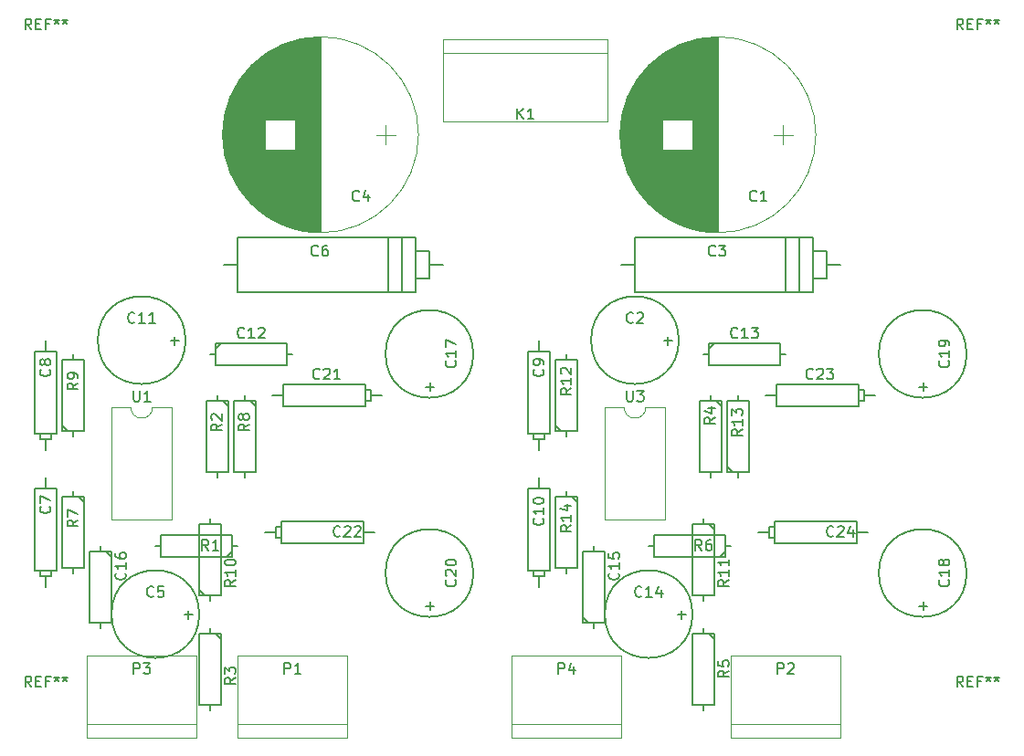
<source format=gto>
G04 #@! TF.FileFunction,Legend,Top*
%FSLAX46Y46*%
G04 Gerber Fmt 4.6, Leading zero omitted, Abs format (unit mm)*
G04 Created by KiCad (PCBNEW 4.0.7-e2-6376~60~ubuntu17.10.1) date Tue Mar 20 18:45:29 2018*
%MOMM*%
%LPD*%
G01*
G04 APERTURE LIST*
%ADD10C,0.100000*%
%ADD11C,0.120000*%
%ADD12C,0.150000*%
G04 APERTURE END LIST*
D10*
D11*
X102870000Y-85090000D02*
X92710000Y-85090000D01*
X102870000Y-86360000D02*
X102870000Y-78740000D01*
X102870000Y-78740000D02*
X92710000Y-78740000D01*
X92710000Y-78740000D02*
X92710000Y-86360000D01*
X92710000Y-86360000D02*
X102870000Y-86360000D01*
D12*
X147574000Y-49530000D02*
G75*
G03X147574000Y-49530000I-4064000J0D01*
G01*
X162560000Y-42545000D02*
X161290000Y-42545000D01*
X160020000Y-41275000D02*
X161290000Y-41275000D01*
X161290000Y-41275000D02*
X161290000Y-43815000D01*
X161290000Y-43815000D02*
X160020000Y-43815000D01*
X160020000Y-40005000D02*
X160020000Y-45085000D01*
X160020000Y-45085000D02*
X143510000Y-45085000D01*
X143510000Y-45085000D02*
X143510000Y-40005000D01*
X143510000Y-40005000D02*
X160020000Y-40005000D01*
X143510000Y-42545000D02*
X142240000Y-42545000D01*
X157480000Y-45085000D02*
X157480000Y-40005000D01*
X158750000Y-40005000D02*
X158750000Y-45085000D01*
X103124000Y-74930000D02*
G75*
G03X103124000Y-74930000I-4064000J0D01*
G01*
X125730000Y-42545000D02*
X124460000Y-42545000D01*
X123190000Y-41275000D02*
X124460000Y-41275000D01*
X124460000Y-41275000D02*
X124460000Y-43815000D01*
X124460000Y-43815000D02*
X123190000Y-43815000D01*
X123190000Y-40005000D02*
X123190000Y-45085000D01*
X123190000Y-45085000D02*
X106680000Y-45085000D01*
X106680000Y-45085000D02*
X106680000Y-40005000D01*
X106680000Y-40005000D02*
X123190000Y-40005000D01*
X106680000Y-42545000D02*
X105410000Y-42545000D01*
X120650000Y-45085000D02*
X120650000Y-40005000D01*
X121920000Y-40005000D02*
X121920000Y-45085000D01*
X101854000Y-49530000D02*
G75*
G03X101854000Y-49530000I-4064000J0D01*
G01*
X148844000Y-74930000D02*
G75*
G03X148844000Y-74930000I-4064000J0D01*
G01*
D11*
X140970000Y-21590000D02*
X140970000Y-29210000D01*
X125730000Y-21590000D02*
X125730000Y-29210000D01*
X140970000Y-22860000D02*
X125730000Y-22860000D01*
X140970000Y-29210000D02*
X125730000Y-29210000D01*
X140970000Y-21590000D02*
X125730000Y-21590000D01*
X96790000Y-55760000D02*
X95020000Y-55760000D01*
X95020000Y-55760000D02*
X95020000Y-66160000D01*
X95020000Y-66160000D02*
X100560000Y-66160000D01*
X100560000Y-66160000D02*
X100560000Y-55760000D01*
X100560000Y-55760000D02*
X98790000Y-55760000D01*
X98790000Y-55760000D02*
G75*
G02X96790000Y-55760000I-1000000J0D01*
G01*
X142510000Y-55760000D02*
X140740000Y-55760000D01*
X140740000Y-55760000D02*
X140740000Y-66160000D01*
X140740000Y-66160000D02*
X146280000Y-66160000D01*
X146280000Y-66160000D02*
X146280000Y-55760000D01*
X146280000Y-55760000D02*
X144510000Y-55760000D01*
X144510000Y-55760000D02*
G75*
G02X142510000Y-55760000I-1000000J0D01*
G01*
X151190000Y-39530000D02*
X151190000Y-21430000D01*
X151150000Y-39530000D02*
X151150000Y-21430000D01*
X151110000Y-39530000D02*
X151110000Y-21430000D01*
X151070000Y-39530000D02*
X151070000Y-21430000D01*
X151030000Y-39529000D02*
X151030000Y-21431000D01*
X150990000Y-39528000D02*
X150990000Y-21432000D01*
X150950000Y-39527000D02*
X150950000Y-21433000D01*
X150910000Y-39526000D02*
X150910000Y-21434000D01*
X150870000Y-39525000D02*
X150870000Y-21435000D01*
X150830000Y-39523000D02*
X150830000Y-21437000D01*
X150790000Y-39522000D02*
X150790000Y-21438000D01*
X150750000Y-39520000D02*
X150750000Y-21440000D01*
X150710000Y-39518000D02*
X150710000Y-21442000D01*
X150670000Y-39516000D02*
X150670000Y-21444000D01*
X150630000Y-39513000D02*
X150630000Y-21447000D01*
X150590000Y-39511000D02*
X150590000Y-21449000D01*
X150550000Y-39508000D02*
X150550000Y-21452000D01*
X150510000Y-39505000D02*
X150510000Y-21455000D01*
X150469000Y-39502000D02*
X150469000Y-21458000D01*
X150429000Y-39499000D02*
X150429000Y-21461000D01*
X150389000Y-39495000D02*
X150389000Y-21465000D01*
X150349000Y-39492000D02*
X150349000Y-21468000D01*
X150309000Y-39488000D02*
X150309000Y-21472000D01*
X150269000Y-39484000D02*
X150269000Y-21476000D01*
X150229000Y-39480000D02*
X150229000Y-21480000D01*
X150189000Y-39475000D02*
X150189000Y-21485000D01*
X150149000Y-39471000D02*
X150149000Y-21489000D01*
X150109000Y-39466000D02*
X150109000Y-21494000D01*
X150069000Y-39461000D02*
X150069000Y-21499000D01*
X150029000Y-39456000D02*
X150029000Y-21504000D01*
X149989000Y-39451000D02*
X149989000Y-21509000D01*
X149949000Y-39446000D02*
X149949000Y-21514000D01*
X149909000Y-39440000D02*
X149909000Y-21520000D01*
X149869000Y-39434000D02*
X149869000Y-21526000D01*
X149829000Y-39428000D02*
X149829000Y-21532000D01*
X149789000Y-39422000D02*
X149789000Y-21538000D01*
X149749000Y-39416000D02*
X149749000Y-21544000D01*
X149709000Y-39409000D02*
X149709000Y-21551000D01*
X149669000Y-39403000D02*
X149669000Y-21557000D01*
X149629000Y-39396000D02*
X149629000Y-21564000D01*
X149589000Y-39389000D02*
X149589000Y-21571000D01*
X149549000Y-39381000D02*
X149549000Y-21579000D01*
X149509000Y-39374000D02*
X149509000Y-21586000D01*
X149469000Y-39366000D02*
X149469000Y-21594000D01*
X149429000Y-39358000D02*
X149429000Y-21602000D01*
X149389000Y-39350000D02*
X149389000Y-21610000D01*
X149349000Y-39342000D02*
X149349000Y-21618000D01*
X149309000Y-39334000D02*
X149309000Y-21626000D01*
X149269000Y-39325000D02*
X149269000Y-21635000D01*
X149229000Y-39317000D02*
X149229000Y-21643000D01*
X149189000Y-39308000D02*
X149189000Y-21652000D01*
X149149000Y-39299000D02*
X149149000Y-21661000D01*
X149109000Y-39289000D02*
X149109000Y-21671000D01*
X149069000Y-39280000D02*
X149069000Y-21680000D01*
X149029000Y-39270000D02*
X149029000Y-21690000D01*
X148989000Y-39260000D02*
X148989000Y-21700000D01*
X148949000Y-39250000D02*
X148949000Y-21710000D01*
X148909000Y-39240000D02*
X148909000Y-21720000D01*
X148869000Y-39229000D02*
X148869000Y-21731000D01*
X148829000Y-39219000D02*
X148829000Y-21741000D01*
X148789000Y-39208000D02*
X148789000Y-31860000D01*
X148789000Y-29100000D02*
X148789000Y-21752000D01*
X148749000Y-39197000D02*
X148749000Y-31860000D01*
X148749000Y-29100000D02*
X148749000Y-21763000D01*
X148709000Y-39186000D02*
X148709000Y-31860000D01*
X148709000Y-29100000D02*
X148709000Y-21774000D01*
X148669000Y-39174000D02*
X148669000Y-31860000D01*
X148669000Y-29100000D02*
X148669000Y-21786000D01*
X148629000Y-39163000D02*
X148629000Y-31860000D01*
X148629000Y-29100000D02*
X148629000Y-21797000D01*
X148589000Y-39151000D02*
X148589000Y-31860000D01*
X148589000Y-29100000D02*
X148589000Y-21809000D01*
X148549000Y-39139000D02*
X148549000Y-31860000D01*
X148549000Y-29100000D02*
X148549000Y-21821000D01*
X148509000Y-39126000D02*
X148509000Y-31860000D01*
X148509000Y-29100000D02*
X148509000Y-21834000D01*
X148469000Y-39114000D02*
X148469000Y-31860000D01*
X148469000Y-29100000D02*
X148469000Y-21846000D01*
X148429000Y-39101000D02*
X148429000Y-31860000D01*
X148429000Y-29100000D02*
X148429000Y-21859000D01*
X148389000Y-39089000D02*
X148389000Y-31860000D01*
X148389000Y-29100000D02*
X148389000Y-21871000D01*
X148349000Y-39075000D02*
X148349000Y-31860000D01*
X148349000Y-29100000D02*
X148349000Y-21885000D01*
X148309000Y-39062000D02*
X148309000Y-31860000D01*
X148309000Y-29100000D02*
X148309000Y-21898000D01*
X148269000Y-39049000D02*
X148269000Y-31860000D01*
X148269000Y-29100000D02*
X148269000Y-21911000D01*
X148229000Y-39035000D02*
X148229000Y-31860000D01*
X148229000Y-29100000D02*
X148229000Y-21925000D01*
X148189000Y-39021000D02*
X148189000Y-31860000D01*
X148189000Y-29100000D02*
X148189000Y-21939000D01*
X148149000Y-39007000D02*
X148149000Y-31860000D01*
X148149000Y-29100000D02*
X148149000Y-21953000D01*
X148109000Y-38993000D02*
X148109000Y-31860000D01*
X148109000Y-29100000D02*
X148109000Y-21967000D01*
X148069000Y-38978000D02*
X148069000Y-31860000D01*
X148069000Y-29100000D02*
X148069000Y-21982000D01*
X148029000Y-38964000D02*
X148029000Y-31860000D01*
X148029000Y-29100000D02*
X148029000Y-21996000D01*
X147989000Y-38949000D02*
X147989000Y-31860000D01*
X147989000Y-29100000D02*
X147989000Y-22011000D01*
X147949000Y-38933000D02*
X147949000Y-31860000D01*
X147949000Y-29100000D02*
X147949000Y-22027000D01*
X147909000Y-38918000D02*
X147909000Y-31860000D01*
X147909000Y-29100000D02*
X147909000Y-22042000D01*
X147869000Y-38903000D02*
X147869000Y-31860000D01*
X147869000Y-29100000D02*
X147869000Y-22057000D01*
X147829000Y-38887000D02*
X147829000Y-31860000D01*
X147829000Y-29100000D02*
X147829000Y-22073000D01*
X147789000Y-38871000D02*
X147789000Y-31860000D01*
X147789000Y-29100000D02*
X147789000Y-22089000D01*
X147749000Y-38854000D02*
X147749000Y-31860000D01*
X147749000Y-29100000D02*
X147749000Y-22106000D01*
X147709000Y-38838000D02*
X147709000Y-31860000D01*
X147709000Y-29100000D02*
X147709000Y-22122000D01*
X147669000Y-38821000D02*
X147669000Y-31860000D01*
X147669000Y-29100000D02*
X147669000Y-22139000D01*
X147629000Y-38804000D02*
X147629000Y-31860000D01*
X147629000Y-29100000D02*
X147629000Y-22156000D01*
X147589000Y-38787000D02*
X147589000Y-31860000D01*
X147589000Y-29100000D02*
X147589000Y-22173000D01*
X147549000Y-38770000D02*
X147549000Y-31860000D01*
X147549000Y-29100000D02*
X147549000Y-22190000D01*
X147509000Y-38752000D02*
X147509000Y-31860000D01*
X147509000Y-29100000D02*
X147509000Y-22208000D01*
X147469000Y-38734000D02*
X147469000Y-31860000D01*
X147469000Y-29100000D02*
X147469000Y-22226000D01*
X147429000Y-38716000D02*
X147429000Y-31860000D01*
X147429000Y-29100000D02*
X147429000Y-22244000D01*
X147389000Y-38698000D02*
X147389000Y-31860000D01*
X147389000Y-29100000D02*
X147389000Y-22262000D01*
X147349000Y-38680000D02*
X147349000Y-31860000D01*
X147349000Y-29100000D02*
X147349000Y-22280000D01*
X147309000Y-38661000D02*
X147309000Y-31860000D01*
X147309000Y-29100000D02*
X147309000Y-22299000D01*
X147269000Y-38642000D02*
X147269000Y-31860000D01*
X147269000Y-29100000D02*
X147269000Y-22318000D01*
X147229000Y-38623000D02*
X147229000Y-31860000D01*
X147229000Y-29100000D02*
X147229000Y-22337000D01*
X147189000Y-38603000D02*
X147189000Y-31860000D01*
X147189000Y-29100000D02*
X147189000Y-22357000D01*
X147149000Y-38583000D02*
X147149000Y-31860000D01*
X147149000Y-29100000D02*
X147149000Y-22377000D01*
X147109000Y-38563000D02*
X147109000Y-31860000D01*
X147109000Y-29100000D02*
X147109000Y-22397000D01*
X147069000Y-38543000D02*
X147069000Y-31860000D01*
X147069000Y-29100000D02*
X147069000Y-22417000D01*
X147029000Y-38523000D02*
X147029000Y-31860000D01*
X147029000Y-29100000D02*
X147029000Y-22437000D01*
X146989000Y-38502000D02*
X146989000Y-31860000D01*
X146989000Y-29100000D02*
X146989000Y-22458000D01*
X146949000Y-38481000D02*
X146949000Y-31860000D01*
X146949000Y-29100000D02*
X146949000Y-22479000D01*
X146909000Y-38460000D02*
X146909000Y-31860000D01*
X146909000Y-29100000D02*
X146909000Y-22500000D01*
X146869000Y-38438000D02*
X146869000Y-31860000D01*
X146869000Y-29100000D02*
X146869000Y-22522000D01*
X146829000Y-38417000D02*
X146829000Y-31860000D01*
X146829000Y-29100000D02*
X146829000Y-22543000D01*
X146789000Y-38395000D02*
X146789000Y-31860000D01*
X146789000Y-29100000D02*
X146789000Y-22565000D01*
X146749000Y-38372000D02*
X146749000Y-31860000D01*
X146749000Y-29100000D02*
X146749000Y-22588000D01*
X146709000Y-38350000D02*
X146709000Y-31860000D01*
X146709000Y-29100000D02*
X146709000Y-22610000D01*
X146669000Y-38327000D02*
X146669000Y-31860000D01*
X146669000Y-29100000D02*
X146669000Y-22633000D01*
X146629000Y-38304000D02*
X146629000Y-31860000D01*
X146629000Y-29100000D02*
X146629000Y-22656000D01*
X146589000Y-38281000D02*
X146589000Y-31860000D01*
X146589000Y-29100000D02*
X146589000Y-22679000D01*
X146549000Y-38257000D02*
X146549000Y-31860000D01*
X146549000Y-29100000D02*
X146549000Y-22703000D01*
X146509000Y-38233000D02*
X146509000Y-31860000D01*
X146509000Y-29100000D02*
X146509000Y-22727000D01*
X146469000Y-38209000D02*
X146469000Y-31860000D01*
X146469000Y-29100000D02*
X146469000Y-22751000D01*
X146429000Y-38185000D02*
X146429000Y-31860000D01*
X146429000Y-29100000D02*
X146429000Y-22775000D01*
X146389000Y-38160000D02*
X146389000Y-31860000D01*
X146389000Y-29100000D02*
X146389000Y-22800000D01*
X146349000Y-38135000D02*
X146349000Y-31860000D01*
X146349000Y-29100000D02*
X146349000Y-22825000D01*
X146309000Y-38110000D02*
X146309000Y-31860000D01*
X146309000Y-29100000D02*
X146309000Y-22850000D01*
X146269000Y-38084000D02*
X146269000Y-31860000D01*
X146269000Y-29100000D02*
X146269000Y-22876000D01*
X146229000Y-38058000D02*
X146229000Y-31860000D01*
X146229000Y-29100000D02*
X146229000Y-22902000D01*
X146189000Y-38032000D02*
X146189000Y-31860000D01*
X146189000Y-29100000D02*
X146189000Y-22928000D01*
X146149000Y-38005000D02*
X146149000Y-31860000D01*
X146149000Y-29100000D02*
X146149000Y-22955000D01*
X146109000Y-37979000D02*
X146109000Y-31860000D01*
X146109000Y-29100000D02*
X146109000Y-22981000D01*
X146069000Y-37951000D02*
X146069000Y-31860000D01*
X146069000Y-29100000D02*
X146069000Y-23009000D01*
X146029000Y-37924000D02*
X146029000Y-23036000D01*
X145989000Y-37896000D02*
X145989000Y-23064000D01*
X145949000Y-37868000D02*
X145949000Y-23092000D01*
X145909000Y-37840000D02*
X145909000Y-23120000D01*
X145869000Y-37811000D02*
X145869000Y-23149000D01*
X145829000Y-37782000D02*
X145829000Y-23178000D01*
X145789000Y-37753000D02*
X145789000Y-23207000D01*
X145749000Y-37723000D02*
X145749000Y-23237000D01*
X145709000Y-37693000D02*
X145709000Y-23267000D01*
X145669000Y-37663000D02*
X145669000Y-23297000D01*
X145629000Y-37632000D02*
X145629000Y-23328000D01*
X145589000Y-37601000D02*
X145589000Y-23359000D01*
X145549000Y-37569000D02*
X145549000Y-23391000D01*
X145509000Y-37537000D02*
X145509000Y-23423000D01*
X145469000Y-37505000D02*
X145469000Y-23455000D01*
X145429000Y-37473000D02*
X145429000Y-23487000D01*
X145389000Y-37440000D02*
X145389000Y-23520000D01*
X145349000Y-37406000D02*
X145349000Y-23554000D01*
X145309000Y-37373000D02*
X145309000Y-23587000D01*
X145269000Y-37338000D02*
X145269000Y-23622000D01*
X145229000Y-37304000D02*
X145229000Y-23656000D01*
X145189000Y-37269000D02*
X145189000Y-23691000D01*
X145149000Y-37234000D02*
X145149000Y-23726000D01*
X145109000Y-37198000D02*
X145109000Y-23762000D01*
X145069000Y-37162000D02*
X145069000Y-23798000D01*
X145029000Y-37125000D02*
X145029000Y-23835000D01*
X144989000Y-37088000D02*
X144989000Y-23872000D01*
X144949000Y-37050000D02*
X144949000Y-23910000D01*
X144909000Y-37012000D02*
X144909000Y-23948000D01*
X144869000Y-36974000D02*
X144869000Y-23986000D01*
X144829000Y-36935000D02*
X144829000Y-24025000D01*
X144789000Y-36896000D02*
X144789000Y-24064000D01*
X144749000Y-36856000D02*
X144749000Y-24104000D01*
X144709000Y-36815000D02*
X144709000Y-24145000D01*
X144669000Y-36774000D02*
X144669000Y-24186000D01*
X144629000Y-36733000D02*
X144629000Y-24227000D01*
X144589000Y-36691000D02*
X144589000Y-24269000D01*
X144549000Y-36648000D02*
X144549000Y-24312000D01*
X144509000Y-36605000D02*
X144509000Y-24355000D01*
X144469000Y-36562000D02*
X144469000Y-24398000D01*
X144429000Y-36518000D02*
X144429000Y-24442000D01*
X144389000Y-36473000D02*
X144389000Y-24487000D01*
X144349000Y-36427000D02*
X144349000Y-24533000D01*
X144309000Y-36381000D02*
X144309000Y-24579000D01*
X144269000Y-36335000D02*
X144269000Y-24625000D01*
X144229000Y-36287000D02*
X144229000Y-24673000D01*
X144189000Y-36239000D02*
X144189000Y-24721000D01*
X144149000Y-36191000D02*
X144149000Y-24769000D01*
X144109000Y-36142000D02*
X144109000Y-24818000D01*
X144069000Y-36091000D02*
X144069000Y-24869000D01*
X144029000Y-36041000D02*
X144029000Y-24919000D01*
X143989000Y-35989000D02*
X143989000Y-24971000D01*
X143949000Y-35937000D02*
X143949000Y-25023000D01*
X143909000Y-35884000D02*
X143909000Y-25076000D01*
X143869000Y-35830000D02*
X143869000Y-25130000D01*
X143829000Y-35775000D02*
X143829000Y-25185000D01*
X143789000Y-35720000D02*
X143789000Y-25240000D01*
X143749000Y-35663000D02*
X143749000Y-25297000D01*
X143709000Y-35606000D02*
X143709000Y-25354000D01*
X143669000Y-35547000D02*
X143669000Y-25413000D01*
X143629000Y-35488000D02*
X143629000Y-25472000D01*
X143589000Y-35427000D02*
X143589000Y-25533000D01*
X143549000Y-35366000D02*
X143549000Y-25594000D01*
X143509000Y-35303000D02*
X143509000Y-25657000D01*
X143469000Y-35239000D02*
X143469000Y-25721000D01*
X143429000Y-35174000D02*
X143429000Y-25786000D01*
X143389000Y-35108000D02*
X143389000Y-25852000D01*
X143349000Y-35041000D02*
X143349000Y-25919000D01*
X143309000Y-34972000D02*
X143309000Y-25988000D01*
X143269000Y-34902000D02*
X143269000Y-26058000D01*
X143229000Y-34830000D02*
X143229000Y-26130000D01*
X143189000Y-34757000D02*
X143189000Y-26203000D01*
X143149000Y-34682000D02*
X143149000Y-26278000D01*
X143109000Y-34605000D02*
X143109000Y-26355000D01*
X143069000Y-34526000D02*
X143069000Y-26434000D01*
X143029000Y-34446000D02*
X143029000Y-26514000D01*
X142990000Y-34363000D02*
X142990000Y-26597000D01*
X142950000Y-34279000D02*
X142950000Y-26681000D01*
X142910000Y-34191000D02*
X142910000Y-26769000D01*
X142870000Y-34102000D02*
X142870000Y-26858000D01*
X142830000Y-34010000D02*
X142830000Y-26950000D01*
X142790000Y-33914000D02*
X142790000Y-27046000D01*
X142750000Y-33816000D02*
X142750000Y-27144000D01*
X142710000Y-33714000D02*
X142710000Y-27246000D01*
X142670000Y-33609000D02*
X142670000Y-27351000D01*
X142630000Y-33499000D02*
X142630000Y-27461000D01*
X142590000Y-33385000D02*
X142590000Y-27575000D01*
X142550000Y-33265000D02*
X142550000Y-27695000D01*
X142510000Y-33140000D02*
X142510000Y-27820000D01*
X142470000Y-33008000D02*
X142470000Y-27952000D01*
X142430000Y-32868000D02*
X142430000Y-28092000D01*
X142390000Y-32718000D02*
X142390000Y-28242000D01*
X142350000Y-32558000D02*
X142350000Y-28402000D01*
X142310000Y-32383000D02*
X142310000Y-28577000D01*
X142270000Y-32190000D02*
X142270000Y-28770000D01*
X142230000Y-31972000D02*
X142230000Y-28988000D01*
X142190000Y-31716000D02*
X142190000Y-29244000D01*
X142150000Y-31393000D02*
X142150000Y-29567000D01*
X142110000Y-30867000D02*
X142110000Y-30093000D01*
X158140000Y-30480000D02*
X156340000Y-30480000D01*
X157240000Y-31380000D02*
X157240000Y-29580000D01*
X160280000Y-30480000D02*
G75*
G03X160280000Y-30480000I-9090000J0D01*
G01*
X114360000Y-39530000D02*
X114360000Y-21430000D01*
X114320000Y-39530000D02*
X114320000Y-21430000D01*
X114280000Y-39530000D02*
X114280000Y-21430000D01*
X114240000Y-39530000D02*
X114240000Y-21430000D01*
X114200000Y-39529000D02*
X114200000Y-21431000D01*
X114160000Y-39528000D02*
X114160000Y-21432000D01*
X114120000Y-39527000D02*
X114120000Y-21433000D01*
X114080000Y-39526000D02*
X114080000Y-21434000D01*
X114040000Y-39525000D02*
X114040000Y-21435000D01*
X114000000Y-39523000D02*
X114000000Y-21437000D01*
X113960000Y-39522000D02*
X113960000Y-21438000D01*
X113920000Y-39520000D02*
X113920000Y-21440000D01*
X113880000Y-39518000D02*
X113880000Y-21442000D01*
X113840000Y-39516000D02*
X113840000Y-21444000D01*
X113800000Y-39513000D02*
X113800000Y-21447000D01*
X113760000Y-39511000D02*
X113760000Y-21449000D01*
X113720000Y-39508000D02*
X113720000Y-21452000D01*
X113680000Y-39505000D02*
X113680000Y-21455000D01*
X113639000Y-39502000D02*
X113639000Y-21458000D01*
X113599000Y-39499000D02*
X113599000Y-21461000D01*
X113559000Y-39495000D02*
X113559000Y-21465000D01*
X113519000Y-39492000D02*
X113519000Y-21468000D01*
X113479000Y-39488000D02*
X113479000Y-21472000D01*
X113439000Y-39484000D02*
X113439000Y-21476000D01*
X113399000Y-39480000D02*
X113399000Y-21480000D01*
X113359000Y-39475000D02*
X113359000Y-21485000D01*
X113319000Y-39471000D02*
X113319000Y-21489000D01*
X113279000Y-39466000D02*
X113279000Y-21494000D01*
X113239000Y-39461000D02*
X113239000Y-21499000D01*
X113199000Y-39456000D02*
X113199000Y-21504000D01*
X113159000Y-39451000D02*
X113159000Y-21509000D01*
X113119000Y-39446000D02*
X113119000Y-21514000D01*
X113079000Y-39440000D02*
X113079000Y-21520000D01*
X113039000Y-39434000D02*
X113039000Y-21526000D01*
X112999000Y-39428000D02*
X112999000Y-21532000D01*
X112959000Y-39422000D02*
X112959000Y-21538000D01*
X112919000Y-39416000D02*
X112919000Y-21544000D01*
X112879000Y-39409000D02*
X112879000Y-21551000D01*
X112839000Y-39403000D02*
X112839000Y-21557000D01*
X112799000Y-39396000D02*
X112799000Y-21564000D01*
X112759000Y-39389000D02*
X112759000Y-21571000D01*
X112719000Y-39381000D02*
X112719000Y-21579000D01*
X112679000Y-39374000D02*
X112679000Y-21586000D01*
X112639000Y-39366000D02*
X112639000Y-21594000D01*
X112599000Y-39358000D02*
X112599000Y-21602000D01*
X112559000Y-39350000D02*
X112559000Y-21610000D01*
X112519000Y-39342000D02*
X112519000Y-21618000D01*
X112479000Y-39334000D02*
X112479000Y-21626000D01*
X112439000Y-39325000D02*
X112439000Y-21635000D01*
X112399000Y-39317000D02*
X112399000Y-21643000D01*
X112359000Y-39308000D02*
X112359000Y-21652000D01*
X112319000Y-39299000D02*
X112319000Y-21661000D01*
X112279000Y-39289000D02*
X112279000Y-21671000D01*
X112239000Y-39280000D02*
X112239000Y-21680000D01*
X112199000Y-39270000D02*
X112199000Y-21690000D01*
X112159000Y-39260000D02*
X112159000Y-21700000D01*
X112119000Y-39250000D02*
X112119000Y-21710000D01*
X112079000Y-39240000D02*
X112079000Y-21720000D01*
X112039000Y-39229000D02*
X112039000Y-21731000D01*
X111999000Y-39219000D02*
X111999000Y-21741000D01*
X111959000Y-39208000D02*
X111959000Y-31860000D01*
X111959000Y-29100000D02*
X111959000Y-21752000D01*
X111919000Y-39197000D02*
X111919000Y-31860000D01*
X111919000Y-29100000D02*
X111919000Y-21763000D01*
X111879000Y-39186000D02*
X111879000Y-31860000D01*
X111879000Y-29100000D02*
X111879000Y-21774000D01*
X111839000Y-39174000D02*
X111839000Y-31860000D01*
X111839000Y-29100000D02*
X111839000Y-21786000D01*
X111799000Y-39163000D02*
X111799000Y-31860000D01*
X111799000Y-29100000D02*
X111799000Y-21797000D01*
X111759000Y-39151000D02*
X111759000Y-31860000D01*
X111759000Y-29100000D02*
X111759000Y-21809000D01*
X111719000Y-39139000D02*
X111719000Y-31860000D01*
X111719000Y-29100000D02*
X111719000Y-21821000D01*
X111679000Y-39126000D02*
X111679000Y-31860000D01*
X111679000Y-29100000D02*
X111679000Y-21834000D01*
X111639000Y-39114000D02*
X111639000Y-31860000D01*
X111639000Y-29100000D02*
X111639000Y-21846000D01*
X111599000Y-39101000D02*
X111599000Y-31860000D01*
X111599000Y-29100000D02*
X111599000Y-21859000D01*
X111559000Y-39089000D02*
X111559000Y-31860000D01*
X111559000Y-29100000D02*
X111559000Y-21871000D01*
X111519000Y-39075000D02*
X111519000Y-31860000D01*
X111519000Y-29100000D02*
X111519000Y-21885000D01*
X111479000Y-39062000D02*
X111479000Y-31860000D01*
X111479000Y-29100000D02*
X111479000Y-21898000D01*
X111439000Y-39049000D02*
X111439000Y-31860000D01*
X111439000Y-29100000D02*
X111439000Y-21911000D01*
X111399000Y-39035000D02*
X111399000Y-31860000D01*
X111399000Y-29100000D02*
X111399000Y-21925000D01*
X111359000Y-39021000D02*
X111359000Y-31860000D01*
X111359000Y-29100000D02*
X111359000Y-21939000D01*
X111319000Y-39007000D02*
X111319000Y-31860000D01*
X111319000Y-29100000D02*
X111319000Y-21953000D01*
X111279000Y-38993000D02*
X111279000Y-31860000D01*
X111279000Y-29100000D02*
X111279000Y-21967000D01*
X111239000Y-38978000D02*
X111239000Y-31860000D01*
X111239000Y-29100000D02*
X111239000Y-21982000D01*
X111199000Y-38964000D02*
X111199000Y-31860000D01*
X111199000Y-29100000D02*
X111199000Y-21996000D01*
X111159000Y-38949000D02*
X111159000Y-31860000D01*
X111159000Y-29100000D02*
X111159000Y-22011000D01*
X111119000Y-38933000D02*
X111119000Y-31860000D01*
X111119000Y-29100000D02*
X111119000Y-22027000D01*
X111079000Y-38918000D02*
X111079000Y-31860000D01*
X111079000Y-29100000D02*
X111079000Y-22042000D01*
X111039000Y-38903000D02*
X111039000Y-31860000D01*
X111039000Y-29100000D02*
X111039000Y-22057000D01*
X110999000Y-38887000D02*
X110999000Y-31860000D01*
X110999000Y-29100000D02*
X110999000Y-22073000D01*
X110959000Y-38871000D02*
X110959000Y-31860000D01*
X110959000Y-29100000D02*
X110959000Y-22089000D01*
X110919000Y-38854000D02*
X110919000Y-31860000D01*
X110919000Y-29100000D02*
X110919000Y-22106000D01*
X110879000Y-38838000D02*
X110879000Y-31860000D01*
X110879000Y-29100000D02*
X110879000Y-22122000D01*
X110839000Y-38821000D02*
X110839000Y-31860000D01*
X110839000Y-29100000D02*
X110839000Y-22139000D01*
X110799000Y-38804000D02*
X110799000Y-31860000D01*
X110799000Y-29100000D02*
X110799000Y-22156000D01*
X110759000Y-38787000D02*
X110759000Y-31860000D01*
X110759000Y-29100000D02*
X110759000Y-22173000D01*
X110719000Y-38770000D02*
X110719000Y-31860000D01*
X110719000Y-29100000D02*
X110719000Y-22190000D01*
X110679000Y-38752000D02*
X110679000Y-31860000D01*
X110679000Y-29100000D02*
X110679000Y-22208000D01*
X110639000Y-38734000D02*
X110639000Y-31860000D01*
X110639000Y-29100000D02*
X110639000Y-22226000D01*
X110599000Y-38716000D02*
X110599000Y-31860000D01*
X110599000Y-29100000D02*
X110599000Y-22244000D01*
X110559000Y-38698000D02*
X110559000Y-31860000D01*
X110559000Y-29100000D02*
X110559000Y-22262000D01*
X110519000Y-38680000D02*
X110519000Y-31860000D01*
X110519000Y-29100000D02*
X110519000Y-22280000D01*
X110479000Y-38661000D02*
X110479000Y-31860000D01*
X110479000Y-29100000D02*
X110479000Y-22299000D01*
X110439000Y-38642000D02*
X110439000Y-31860000D01*
X110439000Y-29100000D02*
X110439000Y-22318000D01*
X110399000Y-38623000D02*
X110399000Y-31860000D01*
X110399000Y-29100000D02*
X110399000Y-22337000D01*
X110359000Y-38603000D02*
X110359000Y-31860000D01*
X110359000Y-29100000D02*
X110359000Y-22357000D01*
X110319000Y-38583000D02*
X110319000Y-31860000D01*
X110319000Y-29100000D02*
X110319000Y-22377000D01*
X110279000Y-38563000D02*
X110279000Y-31860000D01*
X110279000Y-29100000D02*
X110279000Y-22397000D01*
X110239000Y-38543000D02*
X110239000Y-31860000D01*
X110239000Y-29100000D02*
X110239000Y-22417000D01*
X110199000Y-38523000D02*
X110199000Y-31860000D01*
X110199000Y-29100000D02*
X110199000Y-22437000D01*
X110159000Y-38502000D02*
X110159000Y-31860000D01*
X110159000Y-29100000D02*
X110159000Y-22458000D01*
X110119000Y-38481000D02*
X110119000Y-31860000D01*
X110119000Y-29100000D02*
X110119000Y-22479000D01*
X110079000Y-38460000D02*
X110079000Y-31860000D01*
X110079000Y-29100000D02*
X110079000Y-22500000D01*
X110039000Y-38438000D02*
X110039000Y-31860000D01*
X110039000Y-29100000D02*
X110039000Y-22522000D01*
X109999000Y-38417000D02*
X109999000Y-31860000D01*
X109999000Y-29100000D02*
X109999000Y-22543000D01*
X109959000Y-38395000D02*
X109959000Y-31860000D01*
X109959000Y-29100000D02*
X109959000Y-22565000D01*
X109919000Y-38372000D02*
X109919000Y-31860000D01*
X109919000Y-29100000D02*
X109919000Y-22588000D01*
X109879000Y-38350000D02*
X109879000Y-31860000D01*
X109879000Y-29100000D02*
X109879000Y-22610000D01*
X109839000Y-38327000D02*
X109839000Y-31860000D01*
X109839000Y-29100000D02*
X109839000Y-22633000D01*
X109799000Y-38304000D02*
X109799000Y-31860000D01*
X109799000Y-29100000D02*
X109799000Y-22656000D01*
X109759000Y-38281000D02*
X109759000Y-31860000D01*
X109759000Y-29100000D02*
X109759000Y-22679000D01*
X109719000Y-38257000D02*
X109719000Y-31860000D01*
X109719000Y-29100000D02*
X109719000Y-22703000D01*
X109679000Y-38233000D02*
X109679000Y-31860000D01*
X109679000Y-29100000D02*
X109679000Y-22727000D01*
X109639000Y-38209000D02*
X109639000Y-31860000D01*
X109639000Y-29100000D02*
X109639000Y-22751000D01*
X109599000Y-38185000D02*
X109599000Y-31860000D01*
X109599000Y-29100000D02*
X109599000Y-22775000D01*
X109559000Y-38160000D02*
X109559000Y-31860000D01*
X109559000Y-29100000D02*
X109559000Y-22800000D01*
X109519000Y-38135000D02*
X109519000Y-31860000D01*
X109519000Y-29100000D02*
X109519000Y-22825000D01*
X109479000Y-38110000D02*
X109479000Y-31860000D01*
X109479000Y-29100000D02*
X109479000Y-22850000D01*
X109439000Y-38084000D02*
X109439000Y-31860000D01*
X109439000Y-29100000D02*
X109439000Y-22876000D01*
X109399000Y-38058000D02*
X109399000Y-31860000D01*
X109399000Y-29100000D02*
X109399000Y-22902000D01*
X109359000Y-38032000D02*
X109359000Y-31860000D01*
X109359000Y-29100000D02*
X109359000Y-22928000D01*
X109319000Y-38005000D02*
X109319000Y-31860000D01*
X109319000Y-29100000D02*
X109319000Y-22955000D01*
X109279000Y-37979000D02*
X109279000Y-31860000D01*
X109279000Y-29100000D02*
X109279000Y-22981000D01*
X109239000Y-37951000D02*
X109239000Y-31860000D01*
X109239000Y-29100000D02*
X109239000Y-23009000D01*
X109199000Y-37924000D02*
X109199000Y-23036000D01*
X109159000Y-37896000D02*
X109159000Y-23064000D01*
X109119000Y-37868000D02*
X109119000Y-23092000D01*
X109079000Y-37840000D02*
X109079000Y-23120000D01*
X109039000Y-37811000D02*
X109039000Y-23149000D01*
X108999000Y-37782000D02*
X108999000Y-23178000D01*
X108959000Y-37753000D02*
X108959000Y-23207000D01*
X108919000Y-37723000D02*
X108919000Y-23237000D01*
X108879000Y-37693000D02*
X108879000Y-23267000D01*
X108839000Y-37663000D02*
X108839000Y-23297000D01*
X108799000Y-37632000D02*
X108799000Y-23328000D01*
X108759000Y-37601000D02*
X108759000Y-23359000D01*
X108719000Y-37569000D02*
X108719000Y-23391000D01*
X108679000Y-37537000D02*
X108679000Y-23423000D01*
X108639000Y-37505000D02*
X108639000Y-23455000D01*
X108599000Y-37473000D02*
X108599000Y-23487000D01*
X108559000Y-37440000D02*
X108559000Y-23520000D01*
X108519000Y-37406000D02*
X108519000Y-23554000D01*
X108479000Y-37373000D02*
X108479000Y-23587000D01*
X108439000Y-37338000D02*
X108439000Y-23622000D01*
X108399000Y-37304000D02*
X108399000Y-23656000D01*
X108359000Y-37269000D02*
X108359000Y-23691000D01*
X108319000Y-37234000D02*
X108319000Y-23726000D01*
X108279000Y-37198000D02*
X108279000Y-23762000D01*
X108239000Y-37162000D02*
X108239000Y-23798000D01*
X108199000Y-37125000D02*
X108199000Y-23835000D01*
X108159000Y-37088000D02*
X108159000Y-23872000D01*
X108119000Y-37050000D02*
X108119000Y-23910000D01*
X108079000Y-37012000D02*
X108079000Y-23948000D01*
X108039000Y-36974000D02*
X108039000Y-23986000D01*
X107999000Y-36935000D02*
X107999000Y-24025000D01*
X107959000Y-36896000D02*
X107959000Y-24064000D01*
X107919000Y-36856000D02*
X107919000Y-24104000D01*
X107879000Y-36815000D02*
X107879000Y-24145000D01*
X107839000Y-36774000D02*
X107839000Y-24186000D01*
X107799000Y-36733000D02*
X107799000Y-24227000D01*
X107759000Y-36691000D02*
X107759000Y-24269000D01*
X107719000Y-36648000D02*
X107719000Y-24312000D01*
X107679000Y-36605000D02*
X107679000Y-24355000D01*
X107639000Y-36562000D02*
X107639000Y-24398000D01*
X107599000Y-36518000D02*
X107599000Y-24442000D01*
X107559000Y-36473000D02*
X107559000Y-24487000D01*
X107519000Y-36427000D02*
X107519000Y-24533000D01*
X107479000Y-36381000D02*
X107479000Y-24579000D01*
X107439000Y-36335000D02*
X107439000Y-24625000D01*
X107399000Y-36287000D02*
X107399000Y-24673000D01*
X107359000Y-36239000D02*
X107359000Y-24721000D01*
X107319000Y-36191000D02*
X107319000Y-24769000D01*
X107279000Y-36142000D02*
X107279000Y-24818000D01*
X107239000Y-36091000D02*
X107239000Y-24869000D01*
X107199000Y-36041000D02*
X107199000Y-24919000D01*
X107159000Y-35989000D02*
X107159000Y-24971000D01*
X107119000Y-35937000D02*
X107119000Y-25023000D01*
X107079000Y-35884000D02*
X107079000Y-25076000D01*
X107039000Y-35830000D02*
X107039000Y-25130000D01*
X106999000Y-35775000D02*
X106999000Y-25185000D01*
X106959000Y-35720000D02*
X106959000Y-25240000D01*
X106919000Y-35663000D02*
X106919000Y-25297000D01*
X106879000Y-35606000D02*
X106879000Y-25354000D01*
X106839000Y-35547000D02*
X106839000Y-25413000D01*
X106799000Y-35488000D02*
X106799000Y-25472000D01*
X106759000Y-35427000D02*
X106759000Y-25533000D01*
X106719000Y-35366000D02*
X106719000Y-25594000D01*
X106679000Y-35303000D02*
X106679000Y-25657000D01*
X106639000Y-35239000D02*
X106639000Y-25721000D01*
X106599000Y-35174000D02*
X106599000Y-25786000D01*
X106559000Y-35108000D02*
X106559000Y-25852000D01*
X106519000Y-35041000D02*
X106519000Y-25919000D01*
X106479000Y-34972000D02*
X106479000Y-25988000D01*
X106439000Y-34902000D02*
X106439000Y-26058000D01*
X106399000Y-34830000D02*
X106399000Y-26130000D01*
X106359000Y-34757000D02*
X106359000Y-26203000D01*
X106319000Y-34682000D02*
X106319000Y-26278000D01*
X106279000Y-34605000D02*
X106279000Y-26355000D01*
X106239000Y-34526000D02*
X106239000Y-26434000D01*
X106199000Y-34446000D02*
X106199000Y-26514000D01*
X106160000Y-34363000D02*
X106160000Y-26597000D01*
X106120000Y-34279000D02*
X106120000Y-26681000D01*
X106080000Y-34191000D02*
X106080000Y-26769000D01*
X106040000Y-34102000D02*
X106040000Y-26858000D01*
X106000000Y-34010000D02*
X106000000Y-26950000D01*
X105960000Y-33914000D02*
X105960000Y-27046000D01*
X105920000Y-33816000D02*
X105920000Y-27144000D01*
X105880000Y-33714000D02*
X105880000Y-27246000D01*
X105840000Y-33609000D02*
X105840000Y-27351000D01*
X105800000Y-33499000D02*
X105800000Y-27461000D01*
X105760000Y-33385000D02*
X105760000Y-27575000D01*
X105720000Y-33265000D02*
X105720000Y-27695000D01*
X105680000Y-33140000D02*
X105680000Y-27820000D01*
X105640000Y-33008000D02*
X105640000Y-27952000D01*
X105600000Y-32868000D02*
X105600000Y-28092000D01*
X105560000Y-32718000D02*
X105560000Y-28242000D01*
X105520000Y-32558000D02*
X105520000Y-28402000D01*
X105480000Y-32383000D02*
X105480000Y-28577000D01*
X105440000Y-32190000D02*
X105440000Y-28770000D01*
X105400000Y-31972000D02*
X105400000Y-28988000D01*
X105360000Y-31716000D02*
X105360000Y-29244000D01*
X105320000Y-31393000D02*
X105320000Y-29567000D01*
X105280000Y-30867000D02*
X105280000Y-30093000D01*
X121310000Y-30480000D02*
X119510000Y-30480000D01*
X120410000Y-31380000D02*
X120410000Y-29580000D01*
X123450000Y-30480000D02*
G75*
G03X123450000Y-30480000I-9090000J0D01*
G01*
D12*
X88900000Y-62230000D02*
X88900000Y-63246000D01*
X88900000Y-63246000D02*
X89916000Y-63246000D01*
X89916000Y-63246000D02*
X89916000Y-70866000D01*
X89916000Y-70866000D02*
X87884000Y-70866000D01*
X87884000Y-70866000D02*
X87884000Y-63246000D01*
X87884000Y-63246000D02*
X88900000Y-63246000D01*
X88900000Y-72390000D02*
X88900000Y-71374000D01*
X89408000Y-70866000D02*
X89408000Y-71374000D01*
X89408000Y-71374000D02*
X88392000Y-71374000D01*
X88392000Y-71374000D02*
X88392000Y-70866000D01*
X88900000Y-49530000D02*
X88900000Y-50546000D01*
X88900000Y-50546000D02*
X89916000Y-50546000D01*
X89916000Y-50546000D02*
X89916000Y-58166000D01*
X89916000Y-58166000D02*
X87884000Y-58166000D01*
X87884000Y-58166000D02*
X87884000Y-50546000D01*
X87884000Y-50546000D02*
X88900000Y-50546000D01*
X88900000Y-59690000D02*
X88900000Y-58674000D01*
X89408000Y-58166000D02*
X89408000Y-58674000D01*
X89408000Y-58674000D02*
X88392000Y-58674000D01*
X88392000Y-58674000D02*
X88392000Y-58166000D01*
X134620000Y-49530000D02*
X134620000Y-50546000D01*
X134620000Y-50546000D02*
X135636000Y-50546000D01*
X135636000Y-50546000D02*
X135636000Y-58166000D01*
X135636000Y-58166000D02*
X133604000Y-58166000D01*
X133604000Y-58166000D02*
X133604000Y-50546000D01*
X133604000Y-50546000D02*
X134620000Y-50546000D01*
X134620000Y-59690000D02*
X134620000Y-58674000D01*
X135128000Y-58166000D02*
X135128000Y-58674000D01*
X135128000Y-58674000D02*
X134112000Y-58674000D01*
X134112000Y-58674000D02*
X134112000Y-58166000D01*
X134620000Y-62230000D02*
X134620000Y-63246000D01*
X134620000Y-63246000D02*
X135636000Y-63246000D01*
X135636000Y-63246000D02*
X135636000Y-70866000D01*
X135636000Y-70866000D02*
X133604000Y-70866000D01*
X133604000Y-70866000D02*
X133604000Y-63246000D01*
X133604000Y-63246000D02*
X134620000Y-63246000D01*
X134620000Y-72390000D02*
X134620000Y-71374000D01*
X135128000Y-70866000D02*
X135128000Y-71374000D01*
X135128000Y-71374000D02*
X134112000Y-71374000D01*
X134112000Y-71374000D02*
X134112000Y-70866000D01*
X104140000Y-50800000D02*
X104648000Y-50800000D01*
X111760000Y-50800000D02*
X111252000Y-50800000D01*
X111252000Y-50800000D02*
X111252000Y-49784000D01*
X111252000Y-49784000D02*
X104648000Y-49784000D01*
X104648000Y-49784000D02*
X104648000Y-51816000D01*
X104648000Y-51816000D02*
X111252000Y-51816000D01*
X111252000Y-51816000D02*
X111252000Y-50800000D01*
X104648000Y-50292000D02*
X105156000Y-49784000D01*
X149860000Y-50800000D02*
X150368000Y-50800000D01*
X157480000Y-50800000D02*
X156972000Y-50800000D01*
X156972000Y-50800000D02*
X156972000Y-49784000D01*
X156972000Y-49784000D02*
X150368000Y-49784000D01*
X150368000Y-49784000D02*
X150368000Y-51816000D01*
X150368000Y-51816000D02*
X156972000Y-51816000D01*
X156972000Y-51816000D02*
X156972000Y-50800000D01*
X150368000Y-50292000D02*
X150876000Y-49784000D01*
X139700000Y-76200000D02*
X139700000Y-75692000D01*
X139700000Y-68580000D02*
X139700000Y-69088000D01*
X139700000Y-69088000D02*
X138684000Y-69088000D01*
X138684000Y-69088000D02*
X138684000Y-75692000D01*
X138684000Y-75692000D02*
X140716000Y-75692000D01*
X140716000Y-75692000D02*
X140716000Y-69088000D01*
X140716000Y-69088000D02*
X139700000Y-69088000D01*
X139192000Y-75692000D02*
X138684000Y-75184000D01*
X93980000Y-68580000D02*
X93980000Y-69088000D01*
X93980000Y-76200000D02*
X93980000Y-75692000D01*
X93980000Y-75692000D02*
X94996000Y-75692000D01*
X94996000Y-75692000D02*
X94996000Y-69088000D01*
X94996000Y-69088000D02*
X92964000Y-69088000D01*
X92964000Y-69088000D02*
X92964000Y-75692000D01*
X92964000Y-75692000D02*
X93980000Y-75692000D01*
X94488000Y-69088000D02*
X94996000Y-69596000D01*
X106680000Y-68580000D02*
X106172000Y-68580000D01*
X99060000Y-68580000D02*
X99568000Y-68580000D01*
X99568000Y-68580000D02*
X99568000Y-69596000D01*
X99568000Y-69596000D02*
X106172000Y-69596000D01*
X106172000Y-69596000D02*
X106172000Y-67564000D01*
X106172000Y-67564000D02*
X99568000Y-67564000D01*
X99568000Y-67564000D02*
X99568000Y-68580000D01*
X106172000Y-69088000D02*
X105664000Y-69596000D01*
X104775000Y-54610000D02*
X104775000Y-55118000D01*
X104775000Y-62230000D02*
X104775000Y-61722000D01*
X104775000Y-61722000D02*
X105791000Y-61722000D01*
X105791000Y-61722000D02*
X105791000Y-55118000D01*
X105791000Y-55118000D02*
X103759000Y-55118000D01*
X103759000Y-55118000D02*
X103759000Y-61722000D01*
X103759000Y-61722000D02*
X104775000Y-61722000D01*
X105283000Y-55118000D02*
X105791000Y-55626000D01*
X104140000Y-76200000D02*
X104140000Y-76708000D01*
X104140000Y-83820000D02*
X104140000Y-83312000D01*
X104140000Y-83312000D02*
X105156000Y-83312000D01*
X105156000Y-83312000D02*
X105156000Y-76708000D01*
X105156000Y-76708000D02*
X103124000Y-76708000D01*
X103124000Y-76708000D02*
X103124000Y-83312000D01*
X103124000Y-83312000D02*
X104140000Y-83312000D01*
X104648000Y-76708000D02*
X105156000Y-77216000D01*
X150495000Y-54610000D02*
X150495000Y-55118000D01*
X150495000Y-62230000D02*
X150495000Y-61722000D01*
X150495000Y-61722000D02*
X151511000Y-61722000D01*
X151511000Y-61722000D02*
X151511000Y-55118000D01*
X151511000Y-55118000D02*
X149479000Y-55118000D01*
X149479000Y-55118000D02*
X149479000Y-61722000D01*
X149479000Y-61722000D02*
X150495000Y-61722000D01*
X151003000Y-55118000D02*
X151511000Y-55626000D01*
X149860000Y-76200000D02*
X149860000Y-76708000D01*
X149860000Y-83820000D02*
X149860000Y-83312000D01*
X149860000Y-83312000D02*
X150876000Y-83312000D01*
X150876000Y-83312000D02*
X150876000Y-76708000D01*
X150876000Y-76708000D02*
X148844000Y-76708000D01*
X148844000Y-76708000D02*
X148844000Y-83312000D01*
X148844000Y-83312000D02*
X149860000Y-83312000D01*
X150368000Y-76708000D02*
X150876000Y-77216000D01*
X152400000Y-68580000D02*
X151892000Y-68580000D01*
X144780000Y-68580000D02*
X145288000Y-68580000D01*
X145288000Y-68580000D02*
X145288000Y-69596000D01*
X145288000Y-69596000D02*
X151892000Y-69596000D01*
X151892000Y-69596000D02*
X151892000Y-67564000D01*
X151892000Y-67564000D02*
X145288000Y-67564000D01*
X145288000Y-67564000D02*
X145288000Y-68580000D01*
X151892000Y-69088000D02*
X151384000Y-69596000D01*
X91440000Y-63500000D02*
X91440000Y-64008000D01*
X91440000Y-71120000D02*
X91440000Y-70612000D01*
X91440000Y-70612000D02*
X92456000Y-70612000D01*
X92456000Y-70612000D02*
X92456000Y-64008000D01*
X92456000Y-64008000D02*
X90424000Y-64008000D01*
X90424000Y-64008000D02*
X90424000Y-70612000D01*
X90424000Y-70612000D02*
X91440000Y-70612000D01*
X91948000Y-64008000D02*
X92456000Y-64516000D01*
X107315000Y-54610000D02*
X107315000Y-55118000D01*
X107315000Y-62230000D02*
X107315000Y-61722000D01*
X107315000Y-61722000D02*
X108331000Y-61722000D01*
X108331000Y-61722000D02*
X108331000Y-55118000D01*
X108331000Y-55118000D02*
X106299000Y-55118000D01*
X106299000Y-55118000D02*
X106299000Y-61722000D01*
X106299000Y-61722000D02*
X107315000Y-61722000D01*
X107823000Y-55118000D02*
X108331000Y-55626000D01*
X91440000Y-58420000D02*
X91440000Y-57912000D01*
X91440000Y-50800000D02*
X91440000Y-51308000D01*
X91440000Y-51308000D02*
X90424000Y-51308000D01*
X90424000Y-51308000D02*
X90424000Y-57912000D01*
X90424000Y-57912000D02*
X92456000Y-57912000D01*
X92456000Y-57912000D02*
X92456000Y-51308000D01*
X92456000Y-51308000D02*
X91440000Y-51308000D01*
X90932000Y-57912000D02*
X90424000Y-57404000D01*
X104140000Y-73660000D02*
X104140000Y-73152000D01*
X104140000Y-66040000D02*
X104140000Y-66548000D01*
X104140000Y-66548000D02*
X103124000Y-66548000D01*
X103124000Y-66548000D02*
X103124000Y-73152000D01*
X103124000Y-73152000D02*
X105156000Y-73152000D01*
X105156000Y-73152000D02*
X105156000Y-66548000D01*
X105156000Y-66548000D02*
X104140000Y-66548000D01*
X103632000Y-73152000D02*
X103124000Y-72644000D01*
X149860000Y-66040000D02*
X149860000Y-66548000D01*
X149860000Y-73660000D02*
X149860000Y-73152000D01*
X149860000Y-73152000D02*
X150876000Y-73152000D01*
X150876000Y-73152000D02*
X150876000Y-66548000D01*
X150876000Y-66548000D02*
X148844000Y-66548000D01*
X148844000Y-66548000D02*
X148844000Y-73152000D01*
X148844000Y-73152000D02*
X149860000Y-73152000D01*
X150368000Y-66548000D02*
X150876000Y-67056000D01*
X137160000Y-58420000D02*
X137160000Y-57912000D01*
X137160000Y-50800000D02*
X137160000Y-51308000D01*
X137160000Y-51308000D02*
X136144000Y-51308000D01*
X136144000Y-51308000D02*
X136144000Y-57912000D01*
X136144000Y-57912000D02*
X138176000Y-57912000D01*
X138176000Y-57912000D02*
X138176000Y-51308000D01*
X138176000Y-51308000D02*
X137160000Y-51308000D01*
X136652000Y-57912000D02*
X136144000Y-57404000D01*
X153035000Y-62230000D02*
X153035000Y-61722000D01*
X153035000Y-54610000D02*
X153035000Y-55118000D01*
X153035000Y-55118000D02*
X152019000Y-55118000D01*
X152019000Y-55118000D02*
X152019000Y-61722000D01*
X152019000Y-61722000D02*
X154051000Y-61722000D01*
X154051000Y-61722000D02*
X154051000Y-55118000D01*
X154051000Y-55118000D02*
X153035000Y-55118000D01*
X152527000Y-61722000D02*
X152019000Y-61214000D01*
X137160000Y-63500000D02*
X137160000Y-64008000D01*
X137160000Y-71120000D02*
X137160000Y-70612000D01*
X137160000Y-70612000D02*
X138176000Y-70612000D01*
X138176000Y-70612000D02*
X138176000Y-64008000D01*
X138176000Y-64008000D02*
X136144000Y-64008000D01*
X136144000Y-64008000D02*
X136144000Y-70612000D01*
X136144000Y-70612000D02*
X137160000Y-70612000D01*
X137668000Y-64008000D02*
X138176000Y-64516000D01*
X128524000Y-50800000D02*
G75*
G03X128524000Y-50800000I-4064000J0D01*
G01*
X174244000Y-71120000D02*
G75*
G03X174244000Y-71120000I-4064000J0D01*
G01*
X174244000Y-50800000D02*
G75*
G03X174244000Y-50800000I-4064000J0D01*
G01*
X128524000Y-71120000D02*
G75*
G03X128524000Y-71120000I-4064000J0D01*
G01*
X109855000Y-54610000D02*
X110871000Y-54610000D01*
X110871000Y-54610000D02*
X110871000Y-53594000D01*
X110871000Y-53594000D02*
X118491000Y-53594000D01*
X118491000Y-53594000D02*
X118491000Y-55626000D01*
X118491000Y-55626000D02*
X110871000Y-55626000D01*
X110871000Y-55626000D02*
X110871000Y-54610000D01*
X120015000Y-54610000D02*
X118999000Y-54610000D01*
X118491000Y-54102000D02*
X118999000Y-54102000D01*
X118999000Y-54102000D02*
X118999000Y-55118000D01*
X118999000Y-55118000D02*
X118491000Y-55118000D01*
X119380000Y-67310000D02*
X118364000Y-67310000D01*
X118364000Y-67310000D02*
X118364000Y-68326000D01*
X118364000Y-68326000D02*
X110744000Y-68326000D01*
X110744000Y-68326000D02*
X110744000Y-66294000D01*
X110744000Y-66294000D02*
X118364000Y-66294000D01*
X118364000Y-66294000D02*
X118364000Y-67310000D01*
X109220000Y-67310000D02*
X110236000Y-67310000D01*
X110744000Y-67818000D02*
X110236000Y-67818000D01*
X110236000Y-67818000D02*
X110236000Y-66802000D01*
X110236000Y-66802000D02*
X110744000Y-66802000D01*
X155575000Y-54610000D02*
X156591000Y-54610000D01*
X156591000Y-54610000D02*
X156591000Y-53594000D01*
X156591000Y-53594000D02*
X164211000Y-53594000D01*
X164211000Y-53594000D02*
X164211000Y-55626000D01*
X164211000Y-55626000D02*
X156591000Y-55626000D01*
X156591000Y-55626000D02*
X156591000Y-54610000D01*
X165735000Y-54610000D02*
X164719000Y-54610000D01*
X164211000Y-54102000D02*
X164719000Y-54102000D01*
X164719000Y-54102000D02*
X164719000Y-55118000D01*
X164719000Y-55118000D02*
X164211000Y-55118000D01*
X165100000Y-67310000D02*
X164084000Y-67310000D01*
X164084000Y-67310000D02*
X164084000Y-68326000D01*
X164084000Y-68326000D02*
X156464000Y-68326000D01*
X156464000Y-68326000D02*
X156464000Y-66294000D01*
X156464000Y-66294000D02*
X164084000Y-66294000D01*
X164084000Y-66294000D02*
X164084000Y-67310000D01*
X154940000Y-67310000D02*
X155956000Y-67310000D01*
X156464000Y-67818000D02*
X155956000Y-67818000D01*
X155956000Y-67818000D02*
X155956000Y-66802000D01*
X155956000Y-66802000D02*
X156464000Y-66802000D01*
D11*
X116840000Y-85090000D02*
X106680000Y-85090000D01*
X116840000Y-86360000D02*
X116840000Y-78740000D01*
X116840000Y-78740000D02*
X106680000Y-78740000D01*
X106680000Y-78740000D02*
X106680000Y-86360000D01*
X106680000Y-86360000D02*
X116840000Y-86360000D01*
X162560000Y-85090000D02*
X152400000Y-85090000D01*
X162560000Y-86360000D02*
X162560000Y-78740000D01*
X162560000Y-78740000D02*
X152400000Y-78740000D01*
X152400000Y-78740000D02*
X152400000Y-86360000D01*
X152400000Y-86360000D02*
X162560000Y-86360000D01*
X142240000Y-85090000D02*
X132080000Y-85090000D01*
X142240000Y-86360000D02*
X142240000Y-78740000D01*
X142240000Y-78740000D02*
X132080000Y-78740000D01*
X132080000Y-78740000D02*
X132080000Y-86360000D01*
X132080000Y-86360000D02*
X142240000Y-86360000D01*
D12*
X97051905Y-80462381D02*
X97051905Y-79462381D01*
X97432858Y-79462381D01*
X97528096Y-79510000D01*
X97575715Y-79557619D01*
X97623334Y-79652857D01*
X97623334Y-79795714D01*
X97575715Y-79890952D01*
X97528096Y-79938571D01*
X97432858Y-79986190D01*
X97051905Y-79986190D01*
X97956667Y-79462381D02*
X98575715Y-79462381D01*
X98242381Y-79843333D01*
X98385239Y-79843333D01*
X98480477Y-79890952D01*
X98528096Y-79938571D01*
X98575715Y-80033810D01*
X98575715Y-80271905D01*
X98528096Y-80367143D01*
X98480477Y-80414762D01*
X98385239Y-80462381D01*
X98099524Y-80462381D01*
X98004286Y-80414762D01*
X97956667Y-80367143D01*
X143343334Y-47855143D02*
X143295715Y-47902762D01*
X143152858Y-47950381D01*
X143057620Y-47950381D01*
X142914762Y-47902762D01*
X142819524Y-47807524D01*
X142771905Y-47712286D01*
X142724286Y-47521810D01*
X142724286Y-47378952D01*
X142771905Y-47188476D01*
X142819524Y-47093238D01*
X142914762Y-46998000D01*
X143057620Y-46950381D01*
X143152858Y-46950381D01*
X143295715Y-46998000D01*
X143343334Y-47045619D01*
X143724286Y-47045619D02*
X143771905Y-46998000D01*
X143867143Y-46950381D01*
X144105239Y-46950381D01*
X144200477Y-46998000D01*
X144248096Y-47045619D01*
X144295715Y-47140857D01*
X144295715Y-47236095D01*
X144248096Y-47378952D01*
X143676667Y-47950381D01*
X144295715Y-47950381D01*
X146174508Y-49601429D02*
X146936413Y-49601429D01*
X146555461Y-49982381D02*
X146555461Y-49220476D01*
X150963334Y-41632143D02*
X150915715Y-41679762D01*
X150772858Y-41727381D01*
X150677620Y-41727381D01*
X150534762Y-41679762D01*
X150439524Y-41584524D01*
X150391905Y-41489286D01*
X150344286Y-41298810D01*
X150344286Y-41155952D01*
X150391905Y-40965476D01*
X150439524Y-40870238D01*
X150534762Y-40775000D01*
X150677620Y-40727381D01*
X150772858Y-40727381D01*
X150915715Y-40775000D01*
X150963334Y-40822619D01*
X151296667Y-40727381D02*
X151915715Y-40727381D01*
X151582381Y-41108333D01*
X151725239Y-41108333D01*
X151820477Y-41155952D01*
X151868096Y-41203571D01*
X151915715Y-41298810D01*
X151915715Y-41536905D01*
X151868096Y-41632143D01*
X151820477Y-41679762D01*
X151725239Y-41727381D01*
X151439524Y-41727381D01*
X151344286Y-41679762D01*
X151296667Y-41632143D01*
X98893334Y-73255143D02*
X98845715Y-73302762D01*
X98702858Y-73350381D01*
X98607620Y-73350381D01*
X98464762Y-73302762D01*
X98369524Y-73207524D01*
X98321905Y-73112286D01*
X98274286Y-72921810D01*
X98274286Y-72778952D01*
X98321905Y-72588476D01*
X98369524Y-72493238D01*
X98464762Y-72398000D01*
X98607620Y-72350381D01*
X98702858Y-72350381D01*
X98845715Y-72398000D01*
X98893334Y-72445619D01*
X99798096Y-72350381D02*
X99321905Y-72350381D01*
X99274286Y-72826571D01*
X99321905Y-72778952D01*
X99417143Y-72731333D01*
X99655239Y-72731333D01*
X99750477Y-72778952D01*
X99798096Y-72826571D01*
X99845715Y-72921810D01*
X99845715Y-73159905D01*
X99798096Y-73255143D01*
X99750477Y-73302762D01*
X99655239Y-73350381D01*
X99417143Y-73350381D01*
X99321905Y-73302762D01*
X99274286Y-73255143D01*
X101724508Y-75001429D02*
X102486413Y-75001429D01*
X102105461Y-75382381D02*
X102105461Y-74620476D01*
X114133334Y-41632143D02*
X114085715Y-41679762D01*
X113942858Y-41727381D01*
X113847620Y-41727381D01*
X113704762Y-41679762D01*
X113609524Y-41584524D01*
X113561905Y-41489286D01*
X113514286Y-41298810D01*
X113514286Y-41155952D01*
X113561905Y-40965476D01*
X113609524Y-40870238D01*
X113704762Y-40775000D01*
X113847620Y-40727381D01*
X113942858Y-40727381D01*
X114085715Y-40775000D01*
X114133334Y-40822619D01*
X114990477Y-40727381D02*
X114800000Y-40727381D01*
X114704762Y-40775000D01*
X114657143Y-40822619D01*
X114561905Y-40965476D01*
X114514286Y-41155952D01*
X114514286Y-41536905D01*
X114561905Y-41632143D01*
X114609524Y-41679762D01*
X114704762Y-41727381D01*
X114895239Y-41727381D01*
X114990477Y-41679762D01*
X115038096Y-41632143D01*
X115085715Y-41536905D01*
X115085715Y-41298810D01*
X115038096Y-41203571D01*
X114990477Y-41155952D01*
X114895239Y-41108333D01*
X114704762Y-41108333D01*
X114609524Y-41155952D01*
X114561905Y-41203571D01*
X114514286Y-41298810D01*
X97147143Y-47855143D02*
X97099524Y-47902762D01*
X96956667Y-47950381D01*
X96861429Y-47950381D01*
X96718571Y-47902762D01*
X96623333Y-47807524D01*
X96575714Y-47712286D01*
X96528095Y-47521810D01*
X96528095Y-47378952D01*
X96575714Y-47188476D01*
X96623333Y-47093238D01*
X96718571Y-46998000D01*
X96861429Y-46950381D01*
X96956667Y-46950381D01*
X97099524Y-46998000D01*
X97147143Y-47045619D01*
X98099524Y-47950381D02*
X97528095Y-47950381D01*
X97813809Y-47950381D02*
X97813809Y-46950381D01*
X97718571Y-47093238D01*
X97623333Y-47188476D01*
X97528095Y-47236095D01*
X99051905Y-47950381D02*
X98480476Y-47950381D01*
X98766190Y-47950381D02*
X98766190Y-46950381D01*
X98670952Y-47093238D01*
X98575714Y-47188476D01*
X98480476Y-47236095D01*
X100454508Y-49601429D02*
X101216413Y-49601429D01*
X100835461Y-49982381D02*
X100835461Y-49220476D01*
X144137143Y-73255143D02*
X144089524Y-73302762D01*
X143946667Y-73350381D01*
X143851429Y-73350381D01*
X143708571Y-73302762D01*
X143613333Y-73207524D01*
X143565714Y-73112286D01*
X143518095Y-72921810D01*
X143518095Y-72778952D01*
X143565714Y-72588476D01*
X143613333Y-72493238D01*
X143708571Y-72398000D01*
X143851429Y-72350381D01*
X143946667Y-72350381D01*
X144089524Y-72398000D01*
X144137143Y-72445619D01*
X145089524Y-73350381D02*
X144518095Y-73350381D01*
X144803809Y-73350381D02*
X144803809Y-72350381D01*
X144708571Y-72493238D01*
X144613333Y-72588476D01*
X144518095Y-72636095D01*
X145946667Y-72683714D02*
X145946667Y-73350381D01*
X145708571Y-72302762D02*
X145470476Y-73017048D01*
X146089524Y-73017048D01*
X147444508Y-75001429D02*
X148206413Y-75001429D01*
X147825461Y-75382381D02*
X147825461Y-74620476D01*
X132611905Y-29027381D02*
X132611905Y-28027381D01*
X133183334Y-29027381D02*
X132754762Y-28455952D01*
X133183334Y-28027381D02*
X132611905Y-28598810D01*
X134135715Y-29027381D02*
X133564286Y-29027381D01*
X133850000Y-29027381D02*
X133850000Y-28027381D01*
X133754762Y-28170238D01*
X133659524Y-28265476D01*
X133564286Y-28313095D01*
X97028095Y-54212381D02*
X97028095Y-55021905D01*
X97075714Y-55117143D01*
X97123333Y-55164762D01*
X97218571Y-55212381D01*
X97409048Y-55212381D01*
X97504286Y-55164762D01*
X97551905Y-55117143D01*
X97599524Y-55021905D01*
X97599524Y-54212381D01*
X98599524Y-55212381D02*
X98028095Y-55212381D01*
X98313809Y-55212381D02*
X98313809Y-54212381D01*
X98218571Y-54355238D01*
X98123333Y-54450476D01*
X98028095Y-54498095D01*
X142748095Y-54212381D02*
X142748095Y-55021905D01*
X142795714Y-55117143D01*
X142843333Y-55164762D01*
X142938571Y-55212381D01*
X143129048Y-55212381D01*
X143224286Y-55164762D01*
X143271905Y-55117143D01*
X143319524Y-55021905D01*
X143319524Y-54212381D01*
X143700476Y-54212381D02*
X144319524Y-54212381D01*
X143986190Y-54593333D01*
X144129048Y-54593333D01*
X144224286Y-54640952D01*
X144271905Y-54688571D01*
X144319524Y-54783810D01*
X144319524Y-55021905D01*
X144271905Y-55117143D01*
X144224286Y-55164762D01*
X144129048Y-55212381D01*
X143843333Y-55212381D01*
X143748095Y-55164762D01*
X143700476Y-55117143D01*
X154773334Y-36552143D02*
X154725715Y-36599762D01*
X154582858Y-36647381D01*
X154487620Y-36647381D01*
X154344762Y-36599762D01*
X154249524Y-36504524D01*
X154201905Y-36409286D01*
X154154286Y-36218810D01*
X154154286Y-36075952D01*
X154201905Y-35885476D01*
X154249524Y-35790238D01*
X154344762Y-35695000D01*
X154487620Y-35647381D01*
X154582858Y-35647381D01*
X154725715Y-35695000D01*
X154773334Y-35742619D01*
X155725715Y-36647381D02*
X155154286Y-36647381D01*
X155440000Y-36647381D02*
X155440000Y-35647381D01*
X155344762Y-35790238D01*
X155249524Y-35885476D01*
X155154286Y-35933095D01*
X117943334Y-36552143D02*
X117895715Y-36599762D01*
X117752858Y-36647381D01*
X117657620Y-36647381D01*
X117514762Y-36599762D01*
X117419524Y-36504524D01*
X117371905Y-36409286D01*
X117324286Y-36218810D01*
X117324286Y-36075952D01*
X117371905Y-35885476D01*
X117419524Y-35790238D01*
X117514762Y-35695000D01*
X117657620Y-35647381D01*
X117752858Y-35647381D01*
X117895715Y-35695000D01*
X117943334Y-35742619D01*
X118800477Y-35980714D02*
X118800477Y-36647381D01*
X118562381Y-35599762D02*
X118324286Y-36314048D01*
X118943334Y-36314048D01*
X89257143Y-64936666D02*
X89304762Y-64984285D01*
X89352381Y-65127142D01*
X89352381Y-65222380D01*
X89304762Y-65365238D01*
X89209524Y-65460476D01*
X89114286Y-65508095D01*
X88923810Y-65555714D01*
X88780952Y-65555714D01*
X88590476Y-65508095D01*
X88495238Y-65460476D01*
X88400000Y-65365238D01*
X88352381Y-65222380D01*
X88352381Y-65127142D01*
X88400000Y-64984285D01*
X88447619Y-64936666D01*
X88352381Y-64603333D02*
X88352381Y-63936666D01*
X89352381Y-64365238D01*
X89257143Y-52236666D02*
X89304762Y-52284285D01*
X89352381Y-52427142D01*
X89352381Y-52522380D01*
X89304762Y-52665238D01*
X89209524Y-52760476D01*
X89114286Y-52808095D01*
X88923810Y-52855714D01*
X88780952Y-52855714D01*
X88590476Y-52808095D01*
X88495238Y-52760476D01*
X88400000Y-52665238D01*
X88352381Y-52522380D01*
X88352381Y-52427142D01*
X88400000Y-52284285D01*
X88447619Y-52236666D01*
X88780952Y-51665238D02*
X88733333Y-51760476D01*
X88685714Y-51808095D01*
X88590476Y-51855714D01*
X88542857Y-51855714D01*
X88447619Y-51808095D01*
X88400000Y-51760476D01*
X88352381Y-51665238D01*
X88352381Y-51474761D01*
X88400000Y-51379523D01*
X88447619Y-51331904D01*
X88542857Y-51284285D01*
X88590476Y-51284285D01*
X88685714Y-51331904D01*
X88733333Y-51379523D01*
X88780952Y-51474761D01*
X88780952Y-51665238D01*
X88828571Y-51760476D01*
X88876190Y-51808095D01*
X88971429Y-51855714D01*
X89161905Y-51855714D01*
X89257143Y-51808095D01*
X89304762Y-51760476D01*
X89352381Y-51665238D01*
X89352381Y-51474761D01*
X89304762Y-51379523D01*
X89257143Y-51331904D01*
X89161905Y-51284285D01*
X88971429Y-51284285D01*
X88876190Y-51331904D01*
X88828571Y-51379523D01*
X88780952Y-51474761D01*
X134977143Y-52236666D02*
X135024762Y-52284285D01*
X135072381Y-52427142D01*
X135072381Y-52522380D01*
X135024762Y-52665238D01*
X134929524Y-52760476D01*
X134834286Y-52808095D01*
X134643810Y-52855714D01*
X134500952Y-52855714D01*
X134310476Y-52808095D01*
X134215238Y-52760476D01*
X134120000Y-52665238D01*
X134072381Y-52522380D01*
X134072381Y-52427142D01*
X134120000Y-52284285D01*
X134167619Y-52236666D01*
X135072381Y-51760476D02*
X135072381Y-51570000D01*
X135024762Y-51474761D01*
X134977143Y-51427142D01*
X134834286Y-51331904D01*
X134643810Y-51284285D01*
X134262857Y-51284285D01*
X134167619Y-51331904D01*
X134120000Y-51379523D01*
X134072381Y-51474761D01*
X134072381Y-51665238D01*
X134120000Y-51760476D01*
X134167619Y-51808095D01*
X134262857Y-51855714D01*
X134500952Y-51855714D01*
X134596190Y-51808095D01*
X134643810Y-51760476D01*
X134691429Y-51665238D01*
X134691429Y-51474761D01*
X134643810Y-51379523D01*
X134596190Y-51331904D01*
X134500952Y-51284285D01*
X134977143Y-66047857D02*
X135024762Y-66095476D01*
X135072381Y-66238333D01*
X135072381Y-66333571D01*
X135024762Y-66476429D01*
X134929524Y-66571667D01*
X134834286Y-66619286D01*
X134643810Y-66666905D01*
X134500952Y-66666905D01*
X134310476Y-66619286D01*
X134215238Y-66571667D01*
X134120000Y-66476429D01*
X134072381Y-66333571D01*
X134072381Y-66238333D01*
X134120000Y-66095476D01*
X134167619Y-66047857D01*
X135072381Y-65095476D02*
X135072381Y-65666905D01*
X135072381Y-65381191D02*
X134072381Y-65381191D01*
X134215238Y-65476429D01*
X134310476Y-65571667D01*
X134358095Y-65666905D01*
X134072381Y-64476429D02*
X134072381Y-64381190D01*
X134120000Y-64285952D01*
X134167619Y-64238333D01*
X134262857Y-64190714D01*
X134453333Y-64143095D01*
X134691429Y-64143095D01*
X134881905Y-64190714D01*
X134977143Y-64238333D01*
X135024762Y-64285952D01*
X135072381Y-64381190D01*
X135072381Y-64476429D01*
X135024762Y-64571667D01*
X134977143Y-64619286D01*
X134881905Y-64666905D01*
X134691429Y-64714524D01*
X134453333Y-64714524D01*
X134262857Y-64666905D01*
X134167619Y-64619286D01*
X134120000Y-64571667D01*
X134072381Y-64476429D01*
X107307143Y-49252143D02*
X107259524Y-49299762D01*
X107116667Y-49347381D01*
X107021429Y-49347381D01*
X106878571Y-49299762D01*
X106783333Y-49204524D01*
X106735714Y-49109286D01*
X106688095Y-48918810D01*
X106688095Y-48775952D01*
X106735714Y-48585476D01*
X106783333Y-48490238D01*
X106878571Y-48395000D01*
X107021429Y-48347381D01*
X107116667Y-48347381D01*
X107259524Y-48395000D01*
X107307143Y-48442619D01*
X108259524Y-49347381D02*
X107688095Y-49347381D01*
X107973809Y-49347381D02*
X107973809Y-48347381D01*
X107878571Y-48490238D01*
X107783333Y-48585476D01*
X107688095Y-48633095D01*
X108640476Y-48442619D02*
X108688095Y-48395000D01*
X108783333Y-48347381D01*
X109021429Y-48347381D01*
X109116667Y-48395000D01*
X109164286Y-48442619D01*
X109211905Y-48537857D01*
X109211905Y-48633095D01*
X109164286Y-48775952D01*
X108592857Y-49347381D01*
X109211905Y-49347381D01*
X153027143Y-49252143D02*
X152979524Y-49299762D01*
X152836667Y-49347381D01*
X152741429Y-49347381D01*
X152598571Y-49299762D01*
X152503333Y-49204524D01*
X152455714Y-49109286D01*
X152408095Y-48918810D01*
X152408095Y-48775952D01*
X152455714Y-48585476D01*
X152503333Y-48490238D01*
X152598571Y-48395000D01*
X152741429Y-48347381D01*
X152836667Y-48347381D01*
X152979524Y-48395000D01*
X153027143Y-48442619D01*
X153979524Y-49347381D02*
X153408095Y-49347381D01*
X153693809Y-49347381D02*
X153693809Y-48347381D01*
X153598571Y-48490238D01*
X153503333Y-48585476D01*
X153408095Y-48633095D01*
X154312857Y-48347381D02*
X154931905Y-48347381D01*
X154598571Y-48728333D01*
X154741429Y-48728333D01*
X154836667Y-48775952D01*
X154884286Y-48823571D01*
X154931905Y-48918810D01*
X154931905Y-49156905D01*
X154884286Y-49252143D01*
X154836667Y-49299762D01*
X154741429Y-49347381D01*
X154455714Y-49347381D01*
X154360476Y-49299762D01*
X154312857Y-49252143D01*
X141962143Y-71127857D02*
X142009762Y-71175476D01*
X142057381Y-71318333D01*
X142057381Y-71413571D01*
X142009762Y-71556429D01*
X141914524Y-71651667D01*
X141819286Y-71699286D01*
X141628810Y-71746905D01*
X141485952Y-71746905D01*
X141295476Y-71699286D01*
X141200238Y-71651667D01*
X141105000Y-71556429D01*
X141057381Y-71413571D01*
X141057381Y-71318333D01*
X141105000Y-71175476D01*
X141152619Y-71127857D01*
X142057381Y-70175476D02*
X142057381Y-70746905D01*
X142057381Y-70461191D02*
X141057381Y-70461191D01*
X141200238Y-70556429D01*
X141295476Y-70651667D01*
X141343095Y-70746905D01*
X141057381Y-69270714D02*
X141057381Y-69746905D01*
X141533571Y-69794524D01*
X141485952Y-69746905D01*
X141438333Y-69651667D01*
X141438333Y-69413571D01*
X141485952Y-69318333D01*
X141533571Y-69270714D01*
X141628810Y-69223095D01*
X141866905Y-69223095D01*
X141962143Y-69270714D01*
X142009762Y-69318333D01*
X142057381Y-69413571D01*
X142057381Y-69651667D01*
X142009762Y-69746905D01*
X141962143Y-69794524D01*
X96242143Y-71127857D02*
X96289762Y-71175476D01*
X96337381Y-71318333D01*
X96337381Y-71413571D01*
X96289762Y-71556429D01*
X96194524Y-71651667D01*
X96099286Y-71699286D01*
X95908810Y-71746905D01*
X95765952Y-71746905D01*
X95575476Y-71699286D01*
X95480238Y-71651667D01*
X95385000Y-71556429D01*
X95337381Y-71413571D01*
X95337381Y-71318333D01*
X95385000Y-71175476D01*
X95432619Y-71127857D01*
X96337381Y-70175476D02*
X96337381Y-70746905D01*
X96337381Y-70461191D02*
X95337381Y-70461191D01*
X95480238Y-70556429D01*
X95575476Y-70651667D01*
X95623095Y-70746905D01*
X95337381Y-69318333D02*
X95337381Y-69508810D01*
X95385000Y-69604048D01*
X95432619Y-69651667D01*
X95575476Y-69746905D01*
X95765952Y-69794524D01*
X96146905Y-69794524D01*
X96242143Y-69746905D01*
X96289762Y-69699286D01*
X96337381Y-69604048D01*
X96337381Y-69413571D01*
X96289762Y-69318333D01*
X96242143Y-69270714D01*
X96146905Y-69223095D01*
X95908810Y-69223095D01*
X95813571Y-69270714D01*
X95765952Y-69318333D01*
X95718333Y-69413571D01*
X95718333Y-69604048D01*
X95765952Y-69699286D01*
X95813571Y-69746905D01*
X95908810Y-69794524D01*
X103973334Y-69032381D02*
X103640000Y-68556190D01*
X103401905Y-69032381D02*
X103401905Y-68032381D01*
X103782858Y-68032381D01*
X103878096Y-68080000D01*
X103925715Y-68127619D01*
X103973334Y-68222857D01*
X103973334Y-68365714D01*
X103925715Y-68460952D01*
X103878096Y-68508571D01*
X103782858Y-68556190D01*
X103401905Y-68556190D01*
X104925715Y-69032381D02*
X104354286Y-69032381D01*
X104640000Y-69032381D02*
X104640000Y-68032381D01*
X104544762Y-68175238D01*
X104449524Y-68270476D01*
X104354286Y-68318095D01*
X105227381Y-57316666D02*
X104751190Y-57650000D01*
X105227381Y-57888095D02*
X104227381Y-57888095D01*
X104227381Y-57507142D01*
X104275000Y-57411904D01*
X104322619Y-57364285D01*
X104417857Y-57316666D01*
X104560714Y-57316666D01*
X104655952Y-57364285D01*
X104703571Y-57411904D01*
X104751190Y-57507142D01*
X104751190Y-57888095D01*
X104322619Y-56935714D02*
X104275000Y-56888095D01*
X104227381Y-56792857D01*
X104227381Y-56554761D01*
X104275000Y-56459523D01*
X104322619Y-56411904D01*
X104417857Y-56364285D01*
X104513095Y-56364285D01*
X104655952Y-56411904D01*
X105227381Y-56983333D01*
X105227381Y-56364285D01*
X106497381Y-80811666D02*
X106021190Y-81145000D01*
X106497381Y-81383095D02*
X105497381Y-81383095D01*
X105497381Y-81002142D01*
X105545000Y-80906904D01*
X105592619Y-80859285D01*
X105687857Y-80811666D01*
X105830714Y-80811666D01*
X105925952Y-80859285D01*
X105973571Y-80906904D01*
X106021190Y-81002142D01*
X106021190Y-81383095D01*
X105497381Y-80478333D02*
X105497381Y-79859285D01*
X105878333Y-80192619D01*
X105878333Y-80049761D01*
X105925952Y-79954523D01*
X105973571Y-79906904D01*
X106068810Y-79859285D01*
X106306905Y-79859285D01*
X106402143Y-79906904D01*
X106449762Y-79954523D01*
X106497381Y-80049761D01*
X106497381Y-80335476D01*
X106449762Y-80430714D01*
X106402143Y-80478333D01*
X150947381Y-56681666D02*
X150471190Y-57015000D01*
X150947381Y-57253095D02*
X149947381Y-57253095D01*
X149947381Y-56872142D01*
X149995000Y-56776904D01*
X150042619Y-56729285D01*
X150137857Y-56681666D01*
X150280714Y-56681666D01*
X150375952Y-56729285D01*
X150423571Y-56776904D01*
X150471190Y-56872142D01*
X150471190Y-57253095D01*
X150280714Y-55824523D02*
X150947381Y-55824523D01*
X149899762Y-56062619D02*
X150614048Y-56300714D01*
X150614048Y-55681666D01*
X152217381Y-80176666D02*
X151741190Y-80510000D01*
X152217381Y-80748095D02*
X151217381Y-80748095D01*
X151217381Y-80367142D01*
X151265000Y-80271904D01*
X151312619Y-80224285D01*
X151407857Y-80176666D01*
X151550714Y-80176666D01*
X151645952Y-80224285D01*
X151693571Y-80271904D01*
X151741190Y-80367142D01*
X151741190Y-80748095D01*
X151217381Y-79271904D02*
X151217381Y-79748095D01*
X151693571Y-79795714D01*
X151645952Y-79748095D01*
X151598333Y-79652857D01*
X151598333Y-79414761D01*
X151645952Y-79319523D01*
X151693571Y-79271904D01*
X151788810Y-79224285D01*
X152026905Y-79224285D01*
X152122143Y-79271904D01*
X152169762Y-79319523D01*
X152217381Y-79414761D01*
X152217381Y-79652857D01*
X152169762Y-79748095D01*
X152122143Y-79795714D01*
X149693334Y-69032381D02*
X149360000Y-68556190D01*
X149121905Y-69032381D02*
X149121905Y-68032381D01*
X149502858Y-68032381D01*
X149598096Y-68080000D01*
X149645715Y-68127619D01*
X149693334Y-68222857D01*
X149693334Y-68365714D01*
X149645715Y-68460952D01*
X149598096Y-68508571D01*
X149502858Y-68556190D01*
X149121905Y-68556190D01*
X150550477Y-68032381D02*
X150360000Y-68032381D01*
X150264762Y-68080000D01*
X150217143Y-68127619D01*
X150121905Y-68270476D01*
X150074286Y-68460952D01*
X150074286Y-68841905D01*
X150121905Y-68937143D01*
X150169524Y-68984762D01*
X150264762Y-69032381D01*
X150455239Y-69032381D01*
X150550477Y-68984762D01*
X150598096Y-68937143D01*
X150645715Y-68841905D01*
X150645715Y-68603810D01*
X150598096Y-68508571D01*
X150550477Y-68460952D01*
X150455239Y-68413333D01*
X150264762Y-68413333D01*
X150169524Y-68460952D01*
X150121905Y-68508571D01*
X150074286Y-68603810D01*
X91892381Y-66206666D02*
X91416190Y-66540000D01*
X91892381Y-66778095D02*
X90892381Y-66778095D01*
X90892381Y-66397142D01*
X90940000Y-66301904D01*
X90987619Y-66254285D01*
X91082857Y-66206666D01*
X91225714Y-66206666D01*
X91320952Y-66254285D01*
X91368571Y-66301904D01*
X91416190Y-66397142D01*
X91416190Y-66778095D01*
X90892381Y-65873333D02*
X90892381Y-65206666D01*
X91892381Y-65635238D01*
X107767381Y-57316666D02*
X107291190Y-57650000D01*
X107767381Y-57888095D02*
X106767381Y-57888095D01*
X106767381Y-57507142D01*
X106815000Y-57411904D01*
X106862619Y-57364285D01*
X106957857Y-57316666D01*
X107100714Y-57316666D01*
X107195952Y-57364285D01*
X107243571Y-57411904D01*
X107291190Y-57507142D01*
X107291190Y-57888095D01*
X107195952Y-56745238D02*
X107148333Y-56840476D01*
X107100714Y-56888095D01*
X107005476Y-56935714D01*
X106957857Y-56935714D01*
X106862619Y-56888095D01*
X106815000Y-56840476D01*
X106767381Y-56745238D01*
X106767381Y-56554761D01*
X106815000Y-56459523D01*
X106862619Y-56411904D01*
X106957857Y-56364285D01*
X107005476Y-56364285D01*
X107100714Y-56411904D01*
X107148333Y-56459523D01*
X107195952Y-56554761D01*
X107195952Y-56745238D01*
X107243571Y-56840476D01*
X107291190Y-56888095D01*
X107386429Y-56935714D01*
X107576905Y-56935714D01*
X107672143Y-56888095D01*
X107719762Y-56840476D01*
X107767381Y-56745238D01*
X107767381Y-56554761D01*
X107719762Y-56459523D01*
X107672143Y-56411904D01*
X107576905Y-56364285D01*
X107386429Y-56364285D01*
X107291190Y-56411904D01*
X107243571Y-56459523D01*
X107195952Y-56554761D01*
X91892381Y-53506666D02*
X91416190Y-53840000D01*
X91892381Y-54078095D02*
X90892381Y-54078095D01*
X90892381Y-53697142D01*
X90940000Y-53601904D01*
X90987619Y-53554285D01*
X91082857Y-53506666D01*
X91225714Y-53506666D01*
X91320952Y-53554285D01*
X91368571Y-53601904D01*
X91416190Y-53697142D01*
X91416190Y-54078095D01*
X91892381Y-53030476D02*
X91892381Y-52840000D01*
X91844762Y-52744761D01*
X91797143Y-52697142D01*
X91654286Y-52601904D01*
X91463810Y-52554285D01*
X91082857Y-52554285D01*
X90987619Y-52601904D01*
X90940000Y-52649523D01*
X90892381Y-52744761D01*
X90892381Y-52935238D01*
X90940000Y-53030476D01*
X90987619Y-53078095D01*
X91082857Y-53125714D01*
X91320952Y-53125714D01*
X91416190Y-53078095D01*
X91463810Y-53030476D01*
X91511429Y-52935238D01*
X91511429Y-52744761D01*
X91463810Y-52649523D01*
X91416190Y-52601904D01*
X91320952Y-52554285D01*
X106497381Y-71762857D02*
X106021190Y-72096191D01*
X106497381Y-72334286D02*
X105497381Y-72334286D01*
X105497381Y-71953333D01*
X105545000Y-71858095D01*
X105592619Y-71810476D01*
X105687857Y-71762857D01*
X105830714Y-71762857D01*
X105925952Y-71810476D01*
X105973571Y-71858095D01*
X106021190Y-71953333D01*
X106021190Y-72334286D01*
X106497381Y-70810476D02*
X106497381Y-71381905D01*
X106497381Y-71096191D02*
X105497381Y-71096191D01*
X105640238Y-71191429D01*
X105735476Y-71286667D01*
X105783095Y-71381905D01*
X105497381Y-70191429D02*
X105497381Y-70096190D01*
X105545000Y-70000952D01*
X105592619Y-69953333D01*
X105687857Y-69905714D01*
X105878333Y-69858095D01*
X106116429Y-69858095D01*
X106306905Y-69905714D01*
X106402143Y-69953333D01*
X106449762Y-70000952D01*
X106497381Y-70096190D01*
X106497381Y-70191429D01*
X106449762Y-70286667D01*
X106402143Y-70334286D01*
X106306905Y-70381905D01*
X106116429Y-70429524D01*
X105878333Y-70429524D01*
X105687857Y-70381905D01*
X105592619Y-70334286D01*
X105545000Y-70286667D01*
X105497381Y-70191429D01*
X152217381Y-71762857D02*
X151741190Y-72096191D01*
X152217381Y-72334286D02*
X151217381Y-72334286D01*
X151217381Y-71953333D01*
X151265000Y-71858095D01*
X151312619Y-71810476D01*
X151407857Y-71762857D01*
X151550714Y-71762857D01*
X151645952Y-71810476D01*
X151693571Y-71858095D01*
X151741190Y-71953333D01*
X151741190Y-72334286D01*
X152217381Y-70810476D02*
X152217381Y-71381905D01*
X152217381Y-71096191D02*
X151217381Y-71096191D01*
X151360238Y-71191429D01*
X151455476Y-71286667D01*
X151503095Y-71381905D01*
X152217381Y-69858095D02*
X152217381Y-70429524D01*
X152217381Y-70143810D02*
X151217381Y-70143810D01*
X151360238Y-70239048D01*
X151455476Y-70334286D01*
X151503095Y-70429524D01*
X137612381Y-53982857D02*
X137136190Y-54316191D01*
X137612381Y-54554286D02*
X136612381Y-54554286D01*
X136612381Y-54173333D01*
X136660000Y-54078095D01*
X136707619Y-54030476D01*
X136802857Y-53982857D01*
X136945714Y-53982857D01*
X137040952Y-54030476D01*
X137088571Y-54078095D01*
X137136190Y-54173333D01*
X137136190Y-54554286D01*
X137612381Y-53030476D02*
X137612381Y-53601905D01*
X137612381Y-53316191D02*
X136612381Y-53316191D01*
X136755238Y-53411429D01*
X136850476Y-53506667D01*
X136898095Y-53601905D01*
X136707619Y-52649524D02*
X136660000Y-52601905D01*
X136612381Y-52506667D01*
X136612381Y-52268571D01*
X136660000Y-52173333D01*
X136707619Y-52125714D01*
X136802857Y-52078095D01*
X136898095Y-52078095D01*
X137040952Y-52125714D01*
X137612381Y-52697143D01*
X137612381Y-52078095D01*
X153487381Y-57792857D02*
X153011190Y-58126191D01*
X153487381Y-58364286D02*
X152487381Y-58364286D01*
X152487381Y-57983333D01*
X152535000Y-57888095D01*
X152582619Y-57840476D01*
X152677857Y-57792857D01*
X152820714Y-57792857D01*
X152915952Y-57840476D01*
X152963571Y-57888095D01*
X153011190Y-57983333D01*
X153011190Y-58364286D01*
X153487381Y-56840476D02*
X153487381Y-57411905D01*
X153487381Y-57126191D02*
X152487381Y-57126191D01*
X152630238Y-57221429D01*
X152725476Y-57316667D01*
X152773095Y-57411905D01*
X152487381Y-56507143D02*
X152487381Y-55888095D01*
X152868333Y-56221429D01*
X152868333Y-56078571D01*
X152915952Y-55983333D01*
X152963571Y-55935714D01*
X153058810Y-55888095D01*
X153296905Y-55888095D01*
X153392143Y-55935714D01*
X153439762Y-55983333D01*
X153487381Y-56078571D01*
X153487381Y-56364286D01*
X153439762Y-56459524D01*
X153392143Y-56507143D01*
X137612381Y-66682857D02*
X137136190Y-67016191D01*
X137612381Y-67254286D02*
X136612381Y-67254286D01*
X136612381Y-66873333D01*
X136660000Y-66778095D01*
X136707619Y-66730476D01*
X136802857Y-66682857D01*
X136945714Y-66682857D01*
X137040952Y-66730476D01*
X137088571Y-66778095D01*
X137136190Y-66873333D01*
X137136190Y-67254286D01*
X137612381Y-65730476D02*
X137612381Y-66301905D01*
X137612381Y-66016191D02*
X136612381Y-66016191D01*
X136755238Y-66111429D01*
X136850476Y-66206667D01*
X136898095Y-66301905D01*
X136945714Y-64873333D02*
X137612381Y-64873333D01*
X136564762Y-65111429D02*
X137279048Y-65349524D01*
X137279048Y-64730476D01*
X126849143Y-51442857D02*
X126896762Y-51490476D01*
X126944381Y-51633333D01*
X126944381Y-51728571D01*
X126896762Y-51871429D01*
X126801524Y-51966667D01*
X126706286Y-52014286D01*
X126515810Y-52061905D01*
X126372952Y-52061905D01*
X126182476Y-52014286D01*
X126087238Y-51966667D01*
X125992000Y-51871429D01*
X125944381Y-51728571D01*
X125944381Y-51633333D01*
X125992000Y-51490476D01*
X126039619Y-51442857D01*
X126944381Y-50490476D02*
X126944381Y-51061905D01*
X126944381Y-50776191D02*
X125944381Y-50776191D01*
X126087238Y-50871429D01*
X126182476Y-50966667D01*
X126230095Y-51061905D01*
X125944381Y-50157143D02*
X125944381Y-49490476D01*
X126944381Y-49919048D01*
X124531429Y-54226412D02*
X124531429Y-53464507D01*
X124912381Y-53845459D02*
X124150476Y-53845459D01*
X172569143Y-71762857D02*
X172616762Y-71810476D01*
X172664381Y-71953333D01*
X172664381Y-72048571D01*
X172616762Y-72191429D01*
X172521524Y-72286667D01*
X172426286Y-72334286D01*
X172235810Y-72381905D01*
X172092952Y-72381905D01*
X171902476Y-72334286D01*
X171807238Y-72286667D01*
X171712000Y-72191429D01*
X171664381Y-72048571D01*
X171664381Y-71953333D01*
X171712000Y-71810476D01*
X171759619Y-71762857D01*
X172664381Y-70810476D02*
X172664381Y-71381905D01*
X172664381Y-71096191D02*
X171664381Y-71096191D01*
X171807238Y-71191429D01*
X171902476Y-71286667D01*
X171950095Y-71381905D01*
X172092952Y-70239048D02*
X172045333Y-70334286D01*
X171997714Y-70381905D01*
X171902476Y-70429524D01*
X171854857Y-70429524D01*
X171759619Y-70381905D01*
X171712000Y-70334286D01*
X171664381Y-70239048D01*
X171664381Y-70048571D01*
X171712000Y-69953333D01*
X171759619Y-69905714D01*
X171854857Y-69858095D01*
X171902476Y-69858095D01*
X171997714Y-69905714D01*
X172045333Y-69953333D01*
X172092952Y-70048571D01*
X172092952Y-70239048D01*
X172140571Y-70334286D01*
X172188190Y-70381905D01*
X172283429Y-70429524D01*
X172473905Y-70429524D01*
X172569143Y-70381905D01*
X172616762Y-70334286D01*
X172664381Y-70239048D01*
X172664381Y-70048571D01*
X172616762Y-69953333D01*
X172569143Y-69905714D01*
X172473905Y-69858095D01*
X172283429Y-69858095D01*
X172188190Y-69905714D01*
X172140571Y-69953333D01*
X172092952Y-70048571D01*
X170251429Y-74546412D02*
X170251429Y-73784507D01*
X170632381Y-74165459D02*
X169870476Y-74165459D01*
X172569143Y-51442857D02*
X172616762Y-51490476D01*
X172664381Y-51633333D01*
X172664381Y-51728571D01*
X172616762Y-51871429D01*
X172521524Y-51966667D01*
X172426286Y-52014286D01*
X172235810Y-52061905D01*
X172092952Y-52061905D01*
X171902476Y-52014286D01*
X171807238Y-51966667D01*
X171712000Y-51871429D01*
X171664381Y-51728571D01*
X171664381Y-51633333D01*
X171712000Y-51490476D01*
X171759619Y-51442857D01*
X172664381Y-50490476D02*
X172664381Y-51061905D01*
X172664381Y-50776191D02*
X171664381Y-50776191D01*
X171807238Y-50871429D01*
X171902476Y-50966667D01*
X171950095Y-51061905D01*
X172664381Y-50014286D02*
X172664381Y-49823810D01*
X172616762Y-49728571D01*
X172569143Y-49680952D01*
X172426286Y-49585714D01*
X172235810Y-49538095D01*
X171854857Y-49538095D01*
X171759619Y-49585714D01*
X171712000Y-49633333D01*
X171664381Y-49728571D01*
X171664381Y-49919048D01*
X171712000Y-50014286D01*
X171759619Y-50061905D01*
X171854857Y-50109524D01*
X172092952Y-50109524D01*
X172188190Y-50061905D01*
X172235810Y-50014286D01*
X172283429Y-49919048D01*
X172283429Y-49728571D01*
X172235810Y-49633333D01*
X172188190Y-49585714D01*
X172092952Y-49538095D01*
X170251429Y-54226412D02*
X170251429Y-53464507D01*
X170632381Y-53845459D02*
X169870476Y-53845459D01*
X126849143Y-71762857D02*
X126896762Y-71810476D01*
X126944381Y-71953333D01*
X126944381Y-72048571D01*
X126896762Y-72191429D01*
X126801524Y-72286667D01*
X126706286Y-72334286D01*
X126515810Y-72381905D01*
X126372952Y-72381905D01*
X126182476Y-72334286D01*
X126087238Y-72286667D01*
X125992000Y-72191429D01*
X125944381Y-72048571D01*
X125944381Y-71953333D01*
X125992000Y-71810476D01*
X126039619Y-71762857D01*
X126039619Y-71381905D02*
X125992000Y-71334286D01*
X125944381Y-71239048D01*
X125944381Y-71000952D01*
X125992000Y-70905714D01*
X126039619Y-70858095D01*
X126134857Y-70810476D01*
X126230095Y-70810476D01*
X126372952Y-70858095D01*
X126944381Y-71429524D01*
X126944381Y-70810476D01*
X125944381Y-70191429D02*
X125944381Y-70096190D01*
X125992000Y-70000952D01*
X126039619Y-69953333D01*
X126134857Y-69905714D01*
X126325333Y-69858095D01*
X126563429Y-69858095D01*
X126753905Y-69905714D01*
X126849143Y-69953333D01*
X126896762Y-70000952D01*
X126944381Y-70096190D01*
X126944381Y-70191429D01*
X126896762Y-70286667D01*
X126849143Y-70334286D01*
X126753905Y-70381905D01*
X126563429Y-70429524D01*
X126325333Y-70429524D01*
X126134857Y-70381905D01*
X126039619Y-70334286D01*
X125992000Y-70286667D01*
X125944381Y-70191429D01*
X124531429Y-74546412D02*
X124531429Y-73784507D01*
X124912381Y-74165459D02*
X124150476Y-74165459D01*
X114292143Y-53062143D02*
X114244524Y-53109762D01*
X114101667Y-53157381D01*
X114006429Y-53157381D01*
X113863571Y-53109762D01*
X113768333Y-53014524D01*
X113720714Y-52919286D01*
X113673095Y-52728810D01*
X113673095Y-52585952D01*
X113720714Y-52395476D01*
X113768333Y-52300238D01*
X113863571Y-52205000D01*
X114006429Y-52157381D01*
X114101667Y-52157381D01*
X114244524Y-52205000D01*
X114292143Y-52252619D01*
X114673095Y-52252619D02*
X114720714Y-52205000D01*
X114815952Y-52157381D01*
X115054048Y-52157381D01*
X115149286Y-52205000D01*
X115196905Y-52252619D01*
X115244524Y-52347857D01*
X115244524Y-52443095D01*
X115196905Y-52585952D01*
X114625476Y-53157381D01*
X115244524Y-53157381D01*
X116196905Y-53157381D02*
X115625476Y-53157381D01*
X115911190Y-53157381D02*
X115911190Y-52157381D01*
X115815952Y-52300238D01*
X115720714Y-52395476D01*
X115625476Y-52443095D01*
X116197143Y-67667143D02*
X116149524Y-67714762D01*
X116006667Y-67762381D01*
X115911429Y-67762381D01*
X115768571Y-67714762D01*
X115673333Y-67619524D01*
X115625714Y-67524286D01*
X115578095Y-67333810D01*
X115578095Y-67190952D01*
X115625714Y-67000476D01*
X115673333Y-66905238D01*
X115768571Y-66810000D01*
X115911429Y-66762381D01*
X116006667Y-66762381D01*
X116149524Y-66810000D01*
X116197143Y-66857619D01*
X116578095Y-66857619D02*
X116625714Y-66810000D01*
X116720952Y-66762381D01*
X116959048Y-66762381D01*
X117054286Y-66810000D01*
X117101905Y-66857619D01*
X117149524Y-66952857D01*
X117149524Y-67048095D01*
X117101905Y-67190952D01*
X116530476Y-67762381D01*
X117149524Y-67762381D01*
X117530476Y-66857619D02*
X117578095Y-66810000D01*
X117673333Y-66762381D01*
X117911429Y-66762381D01*
X118006667Y-66810000D01*
X118054286Y-66857619D01*
X118101905Y-66952857D01*
X118101905Y-67048095D01*
X118054286Y-67190952D01*
X117482857Y-67762381D01*
X118101905Y-67762381D01*
X160012143Y-53062143D02*
X159964524Y-53109762D01*
X159821667Y-53157381D01*
X159726429Y-53157381D01*
X159583571Y-53109762D01*
X159488333Y-53014524D01*
X159440714Y-52919286D01*
X159393095Y-52728810D01*
X159393095Y-52585952D01*
X159440714Y-52395476D01*
X159488333Y-52300238D01*
X159583571Y-52205000D01*
X159726429Y-52157381D01*
X159821667Y-52157381D01*
X159964524Y-52205000D01*
X160012143Y-52252619D01*
X160393095Y-52252619D02*
X160440714Y-52205000D01*
X160535952Y-52157381D01*
X160774048Y-52157381D01*
X160869286Y-52205000D01*
X160916905Y-52252619D01*
X160964524Y-52347857D01*
X160964524Y-52443095D01*
X160916905Y-52585952D01*
X160345476Y-53157381D01*
X160964524Y-53157381D01*
X161297857Y-52157381D02*
X161916905Y-52157381D01*
X161583571Y-52538333D01*
X161726429Y-52538333D01*
X161821667Y-52585952D01*
X161869286Y-52633571D01*
X161916905Y-52728810D01*
X161916905Y-52966905D01*
X161869286Y-53062143D01*
X161821667Y-53109762D01*
X161726429Y-53157381D01*
X161440714Y-53157381D01*
X161345476Y-53109762D01*
X161297857Y-53062143D01*
X161917143Y-67667143D02*
X161869524Y-67714762D01*
X161726667Y-67762381D01*
X161631429Y-67762381D01*
X161488571Y-67714762D01*
X161393333Y-67619524D01*
X161345714Y-67524286D01*
X161298095Y-67333810D01*
X161298095Y-67190952D01*
X161345714Y-67000476D01*
X161393333Y-66905238D01*
X161488571Y-66810000D01*
X161631429Y-66762381D01*
X161726667Y-66762381D01*
X161869524Y-66810000D01*
X161917143Y-66857619D01*
X162298095Y-66857619D02*
X162345714Y-66810000D01*
X162440952Y-66762381D01*
X162679048Y-66762381D01*
X162774286Y-66810000D01*
X162821905Y-66857619D01*
X162869524Y-66952857D01*
X162869524Y-67048095D01*
X162821905Y-67190952D01*
X162250476Y-67762381D01*
X162869524Y-67762381D01*
X163726667Y-67095714D02*
X163726667Y-67762381D01*
X163488571Y-66714762D02*
X163250476Y-67429048D01*
X163869524Y-67429048D01*
X111021905Y-80462381D02*
X111021905Y-79462381D01*
X111402858Y-79462381D01*
X111498096Y-79510000D01*
X111545715Y-79557619D01*
X111593334Y-79652857D01*
X111593334Y-79795714D01*
X111545715Y-79890952D01*
X111498096Y-79938571D01*
X111402858Y-79986190D01*
X111021905Y-79986190D01*
X112545715Y-80462381D02*
X111974286Y-80462381D01*
X112260000Y-80462381D02*
X112260000Y-79462381D01*
X112164762Y-79605238D01*
X112069524Y-79700476D01*
X111974286Y-79748095D01*
X156741905Y-80462381D02*
X156741905Y-79462381D01*
X157122858Y-79462381D01*
X157218096Y-79510000D01*
X157265715Y-79557619D01*
X157313334Y-79652857D01*
X157313334Y-79795714D01*
X157265715Y-79890952D01*
X157218096Y-79938571D01*
X157122858Y-79986190D01*
X156741905Y-79986190D01*
X157694286Y-79557619D02*
X157741905Y-79510000D01*
X157837143Y-79462381D01*
X158075239Y-79462381D01*
X158170477Y-79510000D01*
X158218096Y-79557619D01*
X158265715Y-79652857D01*
X158265715Y-79748095D01*
X158218096Y-79890952D01*
X157646667Y-80462381D01*
X158265715Y-80462381D01*
X136421905Y-80462381D02*
X136421905Y-79462381D01*
X136802858Y-79462381D01*
X136898096Y-79510000D01*
X136945715Y-79557619D01*
X136993334Y-79652857D01*
X136993334Y-79795714D01*
X136945715Y-79890952D01*
X136898096Y-79938571D01*
X136802858Y-79986190D01*
X136421905Y-79986190D01*
X137850477Y-79795714D02*
X137850477Y-80462381D01*
X137612381Y-79414762D02*
X137374286Y-80129048D01*
X137993334Y-80129048D01*
X173926667Y-20732381D02*
X173593333Y-20256190D01*
X173355238Y-20732381D02*
X173355238Y-19732381D01*
X173736191Y-19732381D01*
X173831429Y-19780000D01*
X173879048Y-19827619D01*
X173926667Y-19922857D01*
X173926667Y-20065714D01*
X173879048Y-20160952D01*
X173831429Y-20208571D01*
X173736191Y-20256190D01*
X173355238Y-20256190D01*
X174355238Y-20208571D02*
X174688572Y-20208571D01*
X174831429Y-20732381D02*
X174355238Y-20732381D01*
X174355238Y-19732381D01*
X174831429Y-19732381D01*
X175593334Y-20208571D02*
X175260000Y-20208571D01*
X175260000Y-20732381D02*
X175260000Y-19732381D01*
X175736191Y-19732381D01*
X176260000Y-19732381D02*
X176260000Y-19970476D01*
X176021905Y-19875238D02*
X176260000Y-19970476D01*
X176498096Y-19875238D01*
X176117143Y-20160952D02*
X176260000Y-19970476D01*
X176402858Y-20160952D01*
X177021905Y-19732381D02*
X177021905Y-19970476D01*
X176783810Y-19875238D02*
X177021905Y-19970476D01*
X177260001Y-19875238D01*
X176879048Y-20160952D02*
X177021905Y-19970476D01*
X177164763Y-20160952D01*
X87566667Y-20732381D02*
X87233333Y-20256190D01*
X86995238Y-20732381D02*
X86995238Y-19732381D01*
X87376191Y-19732381D01*
X87471429Y-19780000D01*
X87519048Y-19827619D01*
X87566667Y-19922857D01*
X87566667Y-20065714D01*
X87519048Y-20160952D01*
X87471429Y-20208571D01*
X87376191Y-20256190D01*
X86995238Y-20256190D01*
X87995238Y-20208571D02*
X88328572Y-20208571D01*
X88471429Y-20732381D02*
X87995238Y-20732381D01*
X87995238Y-19732381D01*
X88471429Y-19732381D01*
X89233334Y-20208571D02*
X88900000Y-20208571D01*
X88900000Y-20732381D02*
X88900000Y-19732381D01*
X89376191Y-19732381D01*
X89900000Y-19732381D02*
X89900000Y-19970476D01*
X89661905Y-19875238D02*
X89900000Y-19970476D01*
X90138096Y-19875238D01*
X89757143Y-20160952D02*
X89900000Y-19970476D01*
X90042858Y-20160952D01*
X90661905Y-19732381D02*
X90661905Y-19970476D01*
X90423810Y-19875238D02*
X90661905Y-19970476D01*
X90900001Y-19875238D01*
X90519048Y-20160952D02*
X90661905Y-19970476D01*
X90804763Y-20160952D01*
X87566667Y-81692381D02*
X87233333Y-81216190D01*
X86995238Y-81692381D02*
X86995238Y-80692381D01*
X87376191Y-80692381D01*
X87471429Y-80740000D01*
X87519048Y-80787619D01*
X87566667Y-80882857D01*
X87566667Y-81025714D01*
X87519048Y-81120952D01*
X87471429Y-81168571D01*
X87376191Y-81216190D01*
X86995238Y-81216190D01*
X87995238Y-81168571D02*
X88328572Y-81168571D01*
X88471429Y-81692381D02*
X87995238Y-81692381D01*
X87995238Y-80692381D01*
X88471429Y-80692381D01*
X89233334Y-81168571D02*
X88900000Y-81168571D01*
X88900000Y-81692381D02*
X88900000Y-80692381D01*
X89376191Y-80692381D01*
X89900000Y-80692381D02*
X89900000Y-80930476D01*
X89661905Y-80835238D02*
X89900000Y-80930476D01*
X90138096Y-80835238D01*
X89757143Y-81120952D02*
X89900000Y-80930476D01*
X90042858Y-81120952D01*
X90661905Y-80692381D02*
X90661905Y-80930476D01*
X90423810Y-80835238D02*
X90661905Y-80930476D01*
X90900001Y-80835238D01*
X90519048Y-81120952D02*
X90661905Y-80930476D01*
X90804763Y-81120952D01*
X173926667Y-81692381D02*
X173593333Y-81216190D01*
X173355238Y-81692381D02*
X173355238Y-80692381D01*
X173736191Y-80692381D01*
X173831429Y-80740000D01*
X173879048Y-80787619D01*
X173926667Y-80882857D01*
X173926667Y-81025714D01*
X173879048Y-81120952D01*
X173831429Y-81168571D01*
X173736191Y-81216190D01*
X173355238Y-81216190D01*
X174355238Y-81168571D02*
X174688572Y-81168571D01*
X174831429Y-81692381D02*
X174355238Y-81692381D01*
X174355238Y-80692381D01*
X174831429Y-80692381D01*
X175593334Y-81168571D02*
X175260000Y-81168571D01*
X175260000Y-81692381D02*
X175260000Y-80692381D01*
X175736191Y-80692381D01*
X176260000Y-80692381D02*
X176260000Y-80930476D01*
X176021905Y-80835238D02*
X176260000Y-80930476D01*
X176498096Y-80835238D01*
X176117143Y-81120952D02*
X176260000Y-80930476D01*
X176402858Y-81120952D01*
X177021905Y-80692381D02*
X177021905Y-80930476D01*
X176783810Y-80835238D02*
X177021905Y-80930476D01*
X177260001Y-80835238D01*
X176879048Y-81120952D02*
X177021905Y-80930476D01*
X177164763Y-81120952D01*
M02*

</source>
